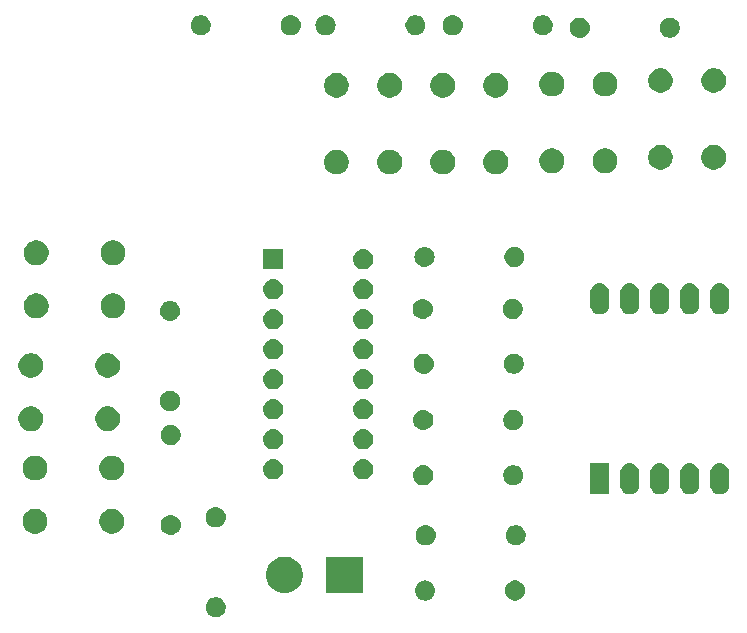
<source format=gbr>
G04 #@! TF.GenerationSoftware,KiCad,Pcbnew,5.1.1-8be2ce7~80~ubuntu18.04.1*
G04 #@! TF.CreationDate,2019-04-19T16:42:06-07:00*
G04 #@! TF.ProjectId,7_segment_led,375f7365-676d-4656-9e74-5f6c65642e6b,v01*
G04 #@! TF.SameCoordinates,Original*
G04 #@! TF.FileFunction,Soldermask,Bot*
G04 #@! TF.FilePolarity,Negative*
%FSLAX46Y46*%
G04 Gerber Fmt 4.6, Leading zero omitted, Abs format (unit mm)*
G04 Created by KiCad (PCBNEW 5.1.1-8be2ce7~80~ubuntu18.04.1) date 2019-04-19 16:42:06*
%MOMM*%
%LPD*%
G04 APERTURE LIST*
%ADD10C,0.100000*%
G04 APERTURE END LIST*
D10*
G36*
X115513428Y-89402503D02*
G01*
X115668300Y-89466653D01*
X115807681Y-89559785D01*
X115926215Y-89678319D01*
X116019347Y-89817700D01*
X116083497Y-89972572D01*
X116116200Y-90136984D01*
X116116200Y-90304616D01*
X116083497Y-90469028D01*
X116019347Y-90623900D01*
X115926215Y-90763281D01*
X115807681Y-90881815D01*
X115668300Y-90974947D01*
X115513428Y-91039097D01*
X115349016Y-91071800D01*
X115181384Y-91071800D01*
X115016972Y-91039097D01*
X114862100Y-90974947D01*
X114722719Y-90881815D01*
X114604185Y-90763281D01*
X114511053Y-90623900D01*
X114446903Y-90469028D01*
X114414200Y-90304616D01*
X114414200Y-90136984D01*
X114446903Y-89972572D01*
X114511053Y-89817700D01*
X114604185Y-89678319D01*
X114722719Y-89559785D01*
X114862100Y-89466653D01*
X115016972Y-89402503D01*
X115181384Y-89369800D01*
X115349016Y-89369800D01*
X115513428Y-89402503D01*
X115513428Y-89402503D01*
G37*
G36*
X133161223Y-87959713D02*
G01*
X133321642Y-88008376D01*
X133388761Y-88044252D01*
X133469478Y-88087396D01*
X133599059Y-88193741D01*
X133705404Y-88323322D01*
X133705405Y-88323324D01*
X133784424Y-88471158D01*
X133833087Y-88631577D01*
X133849517Y-88798400D01*
X133833087Y-88965223D01*
X133784424Y-89125642D01*
X133743877Y-89201500D01*
X133705404Y-89273478D01*
X133599059Y-89403059D01*
X133469478Y-89509404D01*
X133469476Y-89509405D01*
X133321642Y-89588424D01*
X133161223Y-89637087D01*
X133036204Y-89649400D01*
X132952596Y-89649400D01*
X132827577Y-89637087D01*
X132667158Y-89588424D01*
X132519324Y-89509405D01*
X132519322Y-89509404D01*
X132389741Y-89403059D01*
X132283396Y-89273478D01*
X132244923Y-89201500D01*
X132204376Y-89125642D01*
X132155713Y-88965223D01*
X132139283Y-88798400D01*
X132155713Y-88631577D01*
X132204376Y-88471158D01*
X132283395Y-88323324D01*
X132283396Y-88323322D01*
X132389741Y-88193741D01*
X132519322Y-88087396D01*
X132600039Y-88044252D01*
X132667158Y-88008376D01*
X132827577Y-87959713D01*
X132952596Y-87947400D01*
X133036204Y-87947400D01*
X133161223Y-87959713D01*
X133161223Y-87959713D01*
G37*
G36*
X140862628Y-87980103D02*
G01*
X141017500Y-88044253D01*
X141156881Y-88137385D01*
X141275415Y-88255919D01*
X141368547Y-88395300D01*
X141432697Y-88550172D01*
X141465400Y-88714584D01*
X141465400Y-88882216D01*
X141432697Y-89046628D01*
X141368547Y-89201500D01*
X141275415Y-89340881D01*
X141156881Y-89459415D01*
X141017500Y-89552547D01*
X140862628Y-89616697D01*
X140698216Y-89649400D01*
X140530584Y-89649400D01*
X140366172Y-89616697D01*
X140211300Y-89552547D01*
X140071919Y-89459415D01*
X139953385Y-89340881D01*
X139860253Y-89201500D01*
X139796103Y-89046628D01*
X139763400Y-88882216D01*
X139763400Y-88714584D01*
X139796103Y-88550172D01*
X139860253Y-88395300D01*
X139953385Y-88255919D01*
X140071919Y-88137385D01*
X140211300Y-88044253D01*
X140366172Y-87980103D01*
X140530584Y-87947400D01*
X140698216Y-87947400D01*
X140862628Y-87980103D01*
X140862628Y-87980103D01*
G37*
G36*
X127738200Y-89028600D02*
G01*
X124636200Y-89028600D01*
X124636200Y-85926600D01*
X127738200Y-85926600D01*
X127738200Y-89028600D01*
X127738200Y-89028600D01*
G37*
G36*
X121409785Y-85956402D02*
G01*
X121559610Y-85986204D01*
X121841874Y-86103121D01*
X122095905Y-86272859D01*
X122311941Y-86488895D01*
X122481679Y-86742926D01*
X122598596Y-87025190D01*
X122658200Y-87324840D01*
X122658200Y-87630360D01*
X122598596Y-87930010D01*
X122481679Y-88212274D01*
X122311941Y-88466305D01*
X122095905Y-88682341D01*
X121841874Y-88852079D01*
X121559610Y-88968996D01*
X121409785Y-88998798D01*
X121259961Y-89028600D01*
X120954439Y-89028600D01*
X120804615Y-88998798D01*
X120654790Y-88968996D01*
X120372526Y-88852079D01*
X120118495Y-88682341D01*
X119902459Y-88466305D01*
X119732721Y-88212274D01*
X119615804Y-87930010D01*
X119556200Y-87630360D01*
X119556200Y-87324840D01*
X119615804Y-87025190D01*
X119732721Y-86742926D01*
X119902459Y-86488895D01*
X120118495Y-86272859D01*
X120372526Y-86103121D01*
X120654790Y-85986204D01*
X120804615Y-85956402D01*
X120954439Y-85926600D01*
X121259961Y-85926600D01*
X121409785Y-85956402D01*
X121409785Y-85956402D01*
G37*
G36*
X140913428Y-83306503D02*
G01*
X141068300Y-83370653D01*
X141207681Y-83463785D01*
X141326215Y-83582319D01*
X141419347Y-83721700D01*
X141483497Y-83876572D01*
X141516200Y-84040984D01*
X141516200Y-84208616D01*
X141483497Y-84373028D01*
X141419347Y-84527900D01*
X141326215Y-84667281D01*
X141207681Y-84785815D01*
X141068300Y-84878947D01*
X140913428Y-84943097D01*
X140749016Y-84975800D01*
X140581384Y-84975800D01*
X140416972Y-84943097D01*
X140262100Y-84878947D01*
X140122719Y-84785815D01*
X140004185Y-84667281D01*
X139911053Y-84527900D01*
X139846903Y-84373028D01*
X139814200Y-84208616D01*
X139814200Y-84040984D01*
X139846903Y-83876572D01*
X139911053Y-83721700D01*
X140004185Y-83582319D01*
X140122719Y-83463785D01*
X140262100Y-83370653D01*
X140416972Y-83306503D01*
X140581384Y-83273800D01*
X140749016Y-83273800D01*
X140913428Y-83306503D01*
X140913428Y-83306503D01*
G37*
G36*
X133212023Y-83286113D02*
G01*
X133372442Y-83334776D01*
X133439561Y-83370652D01*
X133520278Y-83413796D01*
X133649859Y-83520141D01*
X133756204Y-83649722D01*
X133756205Y-83649724D01*
X133835224Y-83797558D01*
X133883887Y-83957977D01*
X133900317Y-84124800D01*
X133883887Y-84291623D01*
X133835224Y-84452042D01*
X133794677Y-84527900D01*
X133756204Y-84599878D01*
X133649859Y-84729459D01*
X133520278Y-84835804D01*
X133520276Y-84835805D01*
X133372442Y-84914824D01*
X133212023Y-84963487D01*
X133087004Y-84975800D01*
X133003396Y-84975800D01*
X132878377Y-84963487D01*
X132717958Y-84914824D01*
X132570124Y-84835805D01*
X132570122Y-84835804D01*
X132440541Y-84729459D01*
X132334196Y-84599878D01*
X132295723Y-84527900D01*
X132255176Y-84452042D01*
X132206513Y-84291623D01*
X132190083Y-84124800D01*
X132206513Y-83957977D01*
X132255176Y-83797558D01*
X132334195Y-83649724D01*
X132334196Y-83649722D01*
X132440541Y-83520141D01*
X132570122Y-83413796D01*
X132650839Y-83370652D01*
X132717958Y-83334776D01*
X132878377Y-83286113D01*
X133003396Y-83273800D01*
X133087004Y-83273800D01*
X133212023Y-83286113D01*
X133212023Y-83286113D01*
G37*
G36*
X111622023Y-82422513D02*
G01*
X111782442Y-82471176D01*
X111915106Y-82542086D01*
X111930278Y-82550196D01*
X112059859Y-82656541D01*
X112166204Y-82786122D01*
X112166205Y-82786124D01*
X112245224Y-82933958D01*
X112293887Y-83094377D01*
X112310317Y-83261200D01*
X112293887Y-83428023D01*
X112245224Y-83588442D01*
X112236281Y-83605173D01*
X112166204Y-83736278D01*
X112059859Y-83865859D01*
X111930278Y-83972204D01*
X111930276Y-83972205D01*
X111782442Y-84051224D01*
X111622023Y-84099887D01*
X111497004Y-84112200D01*
X111413396Y-84112200D01*
X111288377Y-84099887D01*
X111127958Y-84051224D01*
X110980124Y-83972205D01*
X110980122Y-83972204D01*
X110850541Y-83865859D01*
X110744196Y-83736278D01*
X110674119Y-83605173D01*
X110665176Y-83588442D01*
X110616513Y-83428023D01*
X110600083Y-83261200D01*
X110616513Y-83094377D01*
X110665176Y-82933958D01*
X110744195Y-82786124D01*
X110744196Y-82786122D01*
X110850541Y-82656541D01*
X110980122Y-82550196D01*
X110995294Y-82542086D01*
X111127958Y-82471176D01*
X111288377Y-82422513D01*
X111413396Y-82410200D01*
X111497004Y-82410200D01*
X111622023Y-82422513D01*
X111622023Y-82422513D01*
G37*
G36*
X100280964Y-81924589D02*
G01*
X100453706Y-81996141D01*
X100472235Y-82003816D01*
X100644373Y-82118835D01*
X100790765Y-82265227D01*
X100905785Y-82437367D01*
X100985011Y-82628636D01*
X101025400Y-82831684D01*
X101025400Y-83038716D01*
X100985011Y-83241764D01*
X100913753Y-83413796D01*
X100905784Y-83433035D01*
X100790765Y-83605173D01*
X100644373Y-83751565D01*
X100472235Y-83866584D01*
X100472234Y-83866585D01*
X100472233Y-83866585D01*
X100280964Y-83945811D01*
X100077916Y-83986200D01*
X99870884Y-83986200D01*
X99667836Y-83945811D01*
X99476567Y-83866585D01*
X99476566Y-83866585D01*
X99476565Y-83866584D01*
X99304427Y-83751565D01*
X99158035Y-83605173D01*
X99043016Y-83433035D01*
X99035047Y-83413796D01*
X98963789Y-83241764D01*
X98923400Y-83038716D01*
X98923400Y-82831684D01*
X98963789Y-82628636D01*
X99043015Y-82437367D01*
X99158035Y-82265227D01*
X99304427Y-82118835D01*
X99476565Y-82003816D01*
X99495094Y-81996141D01*
X99667836Y-81924589D01*
X99870884Y-81884200D01*
X100077916Y-81884200D01*
X100280964Y-81924589D01*
X100280964Y-81924589D01*
G37*
G36*
X106780964Y-81924589D02*
G01*
X106953706Y-81996141D01*
X106972235Y-82003816D01*
X107144373Y-82118835D01*
X107290765Y-82265227D01*
X107405785Y-82437367D01*
X107485011Y-82628636D01*
X107525400Y-82831684D01*
X107525400Y-83038716D01*
X107485011Y-83241764D01*
X107413753Y-83413796D01*
X107405784Y-83433035D01*
X107290765Y-83605173D01*
X107144373Y-83751565D01*
X106972235Y-83866584D01*
X106972234Y-83866585D01*
X106972233Y-83866585D01*
X106780964Y-83945811D01*
X106577916Y-83986200D01*
X106370884Y-83986200D01*
X106167836Y-83945811D01*
X105976567Y-83866585D01*
X105976566Y-83866585D01*
X105976565Y-83866584D01*
X105804427Y-83751565D01*
X105658035Y-83605173D01*
X105543016Y-83433035D01*
X105535047Y-83413796D01*
X105463789Y-83241764D01*
X105423400Y-83038716D01*
X105423400Y-82831684D01*
X105463789Y-82628636D01*
X105543015Y-82437367D01*
X105658035Y-82265227D01*
X105804427Y-82118835D01*
X105976565Y-82003816D01*
X105995094Y-81996141D01*
X106167836Y-81924589D01*
X106370884Y-81884200D01*
X106577916Y-81884200D01*
X106780964Y-81924589D01*
X106780964Y-81924589D01*
G37*
G36*
X115432023Y-81762113D02*
G01*
X115592442Y-81810776D01*
X115725106Y-81881686D01*
X115740278Y-81889796D01*
X115869859Y-81996141D01*
X115976204Y-82125722D01*
X115976205Y-82125724D01*
X116055224Y-82273558D01*
X116103887Y-82433977D01*
X116120317Y-82600800D01*
X116103887Y-82767623D01*
X116055224Y-82928042D01*
X115996067Y-83038716D01*
X115976204Y-83075878D01*
X115869859Y-83205459D01*
X115740278Y-83311804D01*
X115740276Y-83311805D01*
X115592442Y-83390824D01*
X115432023Y-83439487D01*
X115307004Y-83451800D01*
X115223396Y-83451800D01*
X115098377Y-83439487D01*
X114937958Y-83390824D01*
X114790124Y-83311805D01*
X114790122Y-83311804D01*
X114660541Y-83205459D01*
X114554196Y-83075878D01*
X114534333Y-83038716D01*
X114475176Y-82928042D01*
X114426513Y-82767623D01*
X114410083Y-82600800D01*
X114426513Y-82433977D01*
X114475176Y-82273558D01*
X114554195Y-82125724D01*
X114554196Y-82125722D01*
X114660541Y-81996141D01*
X114790122Y-81889796D01*
X114805294Y-81881686D01*
X114937958Y-81810776D01*
X115098377Y-81762113D01*
X115223396Y-81749800D01*
X115307004Y-81749800D01*
X115432023Y-81762113D01*
X115432023Y-81762113D01*
G37*
G36*
X155556575Y-78048364D02*
G01*
X155709826Y-78094852D01*
X155709829Y-78094853D01*
X155851063Y-78170344D01*
X155974859Y-78271941D01*
X156076456Y-78395737D01*
X156151947Y-78536970D01*
X156151947Y-78536971D01*
X156151948Y-78536973D01*
X156198436Y-78690224D01*
X156210200Y-78809667D01*
X156210200Y-79889533D01*
X156198436Y-80008976D01*
X156151948Y-80162227D01*
X156151947Y-80162230D01*
X156076456Y-80303463D01*
X155974859Y-80427259D01*
X155851063Y-80528856D01*
X155709830Y-80604347D01*
X155709827Y-80604348D01*
X155556576Y-80650836D01*
X155397200Y-80666533D01*
X155237825Y-80650836D01*
X155084574Y-80604348D01*
X155084571Y-80604347D01*
X154943338Y-80528856D01*
X154819542Y-80427259D01*
X154717945Y-80303463D01*
X154642454Y-80162230D01*
X154642453Y-80162227D01*
X154595965Y-80008976D01*
X154584201Y-79889533D01*
X154584200Y-78809668D01*
X154595964Y-78690225D01*
X154642452Y-78536974D01*
X154642453Y-78536971D01*
X154717944Y-78395737D01*
X154819541Y-78271941D01*
X154943337Y-78170344D01*
X155084570Y-78094853D01*
X155084573Y-78094852D01*
X155237824Y-78048364D01*
X155397200Y-78032667D01*
X155556575Y-78048364D01*
X155556575Y-78048364D01*
G37*
G36*
X150476575Y-78048364D02*
G01*
X150629826Y-78094852D01*
X150629829Y-78094853D01*
X150771063Y-78170344D01*
X150894859Y-78271941D01*
X150996456Y-78395737D01*
X151071947Y-78536970D01*
X151071947Y-78536971D01*
X151071948Y-78536973D01*
X151118436Y-78690224D01*
X151130200Y-78809667D01*
X151130200Y-79889533D01*
X151118436Y-80008976D01*
X151071948Y-80162227D01*
X151071947Y-80162230D01*
X150996456Y-80303463D01*
X150894859Y-80427259D01*
X150771063Y-80528856D01*
X150629830Y-80604347D01*
X150629827Y-80604348D01*
X150476576Y-80650836D01*
X150317200Y-80666533D01*
X150157825Y-80650836D01*
X150004574Y-80604348D01*
X150004571Y-80604347D01*
X149863338Y-80528856D01*
X149739542Y-80427259D01*
X149637945Y-80303463D01*
X149562454Y-80162230D01*
X149562453Y-80162227D01*
X149515965Y-80008976D01*
X149504201Y-79889533D01*
X149504200Y-78809668D01*
X149515964Y-78690225D01*
X149562452Y-78536974D01*
X149562453Y-78536971D01*
X149637944Y-78395737D01*
X149739541Y-78271941D01*
X149863337Y-78170344D01*
X150004570Y-78094853D01*
X150004573Y-78094852D01*
X150157824Y-78048364D01*
X150317200Y-78032667D01*
X150476575Y-78048364D01*
X150476575Y-78048364D01*
G37*
G36*
X158096575Y-78048364D02*
G01*
X158249826Y-78094852D01*
X158249829Y-78094853D01*
X158391063Y-78170344D01*
X158514859Y-78271941D01*
X158616456Y-78395737D01*
X158691947Y-78536970D01*
X158691947Y-78536971D01*
X158691948Y-78536973D01*
X158738436Y-78690224D01*
X158750200Y-78809667D01*
X158750200Y-79889533D01*
X158738436Y-80008976D01*
X158691948Y-80162227D01*
X158691947Y-80162230D01*
X158616456Y-80303463D01*
X158514859Y-80427259D01*
X158391063Y-80528856D01*
X158249830Y-80604347D01*
X158249827Y-80604348D01*
X158096576Y-80650836D01*
X157937200Y-80666533D01*
X157777825Y-80650836D01*
X157624574Y-80604348D01*
X157624571Y-80604347D01*
X157483338Y-80528856D01*
X157359542Y-80427259D01*
X157257945Y-80303463D01*
X157182454Y-80162230D01*
X157182453Y-80162227D01*
X157135965Y-80008976D01*
X157124201Y-79889533D01*
X157124200Y-78809668D01*
X157135964Y-78690225D01*
X157182452Y-78536974D01*
X157182453Y-78536971D01*
X157257944Y-78395737D01*
X157359541Y-78271941D01*
X157483337Y-78170344D01*
X157624570Y-78094853D01*
X157624573Y-78094852D01*
X157777824Y-78048364D01*
X157937200Y-78032667D01*
X158096575Y-78048364D01*
X158096575Y-78048364D01*
G37*
G36*
X153016575Y-78048364D02*
G01*
X153169826Y-78094852D01*
X153169829Y-78094853D01*
X153311063Y-78170344D01*
X153434859Y-78271941D01*
X153536456Y-78395737D01*
X153611947Y-78536970D01*
X153611947Y-78536971D01*
X153611948Y-78536973D01*
X153658436Y-78690224D01*
X153670200Y-78809667D01*
X153670200Y-79889533D01*
X153658436Y-80008976D01*
X153611948Y-80162227D01*
X153611947Y-80162230D01*
X153536456Y-80303463D01*
X153434859Y-80427259D01*
X153311063Y-80528856D01*
X153169830Y-80604347D01*
X153169827Y-80604348D01*
X153016576Y-80650836D01*
X152857200Y-80666533D01*
X152697825Y-80650836D01*
X152544574Y-80604348D01*
X152544571Y-80604347D01*
X152403338Y-80528856D01*
X152279542Y-80427259D01*
X152177945Y-80303463D01*
X152102454Y-80162230D01*
X152102453Y-80162227D01*
X152055965Y-80008976D01*
X152044201Y-79889533D01*
X152044200Y-78809668D01*
X152055964Y-78690225D01*
X152102452Y-78536974D01*
X152102453Y-78536971D01*
X152177944Y-78395737D01*
X152279541Y-78271941D01*
X152403337Y-78170344D01*
X152544570Y-78094853D01*
X152544573Y-78094852D01*
X152697824Y-78048364D01*
X152857200Y-78032667D01*
X153016575Y-78048364D01*
X153016575Y-78048364D01*
G37*
G36*
X148590200Y-80662600D02*
G01*
X146964200Y-80662600D01*
X146964200Y-78036600D01*
X148590200Y-78036600D01*
X148590200Y-80662600D01*
X148590200Y-80662600D01*
G37*
G36*
X140710228Y-78226503D02*
G01*
X140865100Y-78290653D01*
X141004481Y-78383785D01*
X141123015Y-78502319D01*
X141216147Y-78641700D01*
X141280297Y-78796572D01*
X141313000Y-78960984D01*
X141313000Y-79128616D01*
X141280297Y-79293028D01*
X141216147Y-79447900D01*
X141123015Y-79587281D01*
X141004481Y-79705815D01*
X140865100Y-79798947D01*
X140710228Y-79863097D01*
X140545816Y-79895800D01*
X140378184Y-79895800D01*
X140213772Y-79863097D01*
X140058900Y-79798947D01*
X139919519Y-79705815D01*
X139800985Y-79587281D01*
X139707853Y-79447900D01*
X139643703Y-79293028D01*
X139611000Y-79128616D01*
X139611000Y-78960984D01*
X139643703Y-78796572D01*
X139707853Y-78641700D01*
X139800985Y-78502319D01*
X139919519Y-78383785D01*
X140058900Y-78290653D01*
X140213772Y-78226503D01*
X140378184Y-78193800D01*
X140545816Y-78193800D01*
X140710228Y-78226503D01*
X140710228Y-78226503D01*
G37*
G36*
X133008823Y-78206113D02*
G01*
X133169242Y-78254776D01*
X133201355Y-78271941D01*
X133317078Y-78333796D01*
X133446659Y-78440141D01*
X133553004Y-78569722D01*
X133553005Y-78569724D01*
X133632024Y-78717558D01*
X133680687Y-78877977D01*
X133697117Y-79044800D01*
X133680687Y-79211623D01*
X133632024Y-79372042D01*
X133591477Y-79447900D01*
X133553004Y-79519878D01*
X133446659Y-79649459D01*
X133317078Y-79755804D01*
X133317076Y-79755805D01*
X133169242Y-79834824D01*
X133008823Y-79883487D01*
X132883804Y-79895800D01*
X132800196Y-79895800D01*
X132675177Y-79883487D01*
X132514758Y-79834824D01*
X132366924Y-79755805D01*
X132366922Y-79755804D01*
X132237341Y-79649459D01*
X132130996Y-79519878D01*
X132092523Y-79447900D01*
X132051976Y-79372042D01*
X132003313Y-79211623D01*
X131986883Y-79044800D01*
X132003313Y-78877977D01*
X132051976Y-78717558D01*
X132130995Y-78569724D01*
X132130996Y-78569722D01*
X132237341Y-78440141D01*
X132366922Y-78333796D01*
X132482645Y-78271941D01*
X132514758Y-78254776D01*
X132675177Y-78206113D01*
X132800196Y-78193800D01*
X132883804Y-78193800D01*
X133008823Y-78206113D01*
X133008823Y-78206113D01*
G37*
G36*
X100280964Y-77424589D02*
G01*
X100472233Y-77503815D01*
X100472235Y-77503816D01*
X100644373Y-77618835D01*
X100790765Y-77765227D01*
X100905785Y-77937367D01*
X100985011Y-78128636D01*
X101025400Y-78331684D01*
X101025400Y-78538716D01*
X100985011Y-78741764D01*
X100928590Y-78877977D01*
X100905784Y-78933035D01*
X100790765Y-79105173D01*
X100644373Y-79251565D01*
X100472235Y-79366584D01*
X100472234Y-79366585D01*
X100472233Y-79366585D01*
X100280964Y-79445811D01*
X100077916Y-79486200D01*
X99870884Y-79486200D01*
X99667836Y-79445811D01*
X99476567Y-79366585D01*
X99476566Y-79366585D01*
X99476565Y-79366584D01*
X99304427Y-79251565D01*
X99158035Y-79105173D01*
X99043016Y-78933035D01*
X99020210Y-78877977D01*
X98963789Y-78741764D01*
X98923400Y-78538716D01*
X98923400Y-78331684D01*
X98963789Y-78128636D01*
X99043015Y-77937367D01*
X99158035Y-77765227D01*
X99304427Y-77618835D01*
X99476565Y-77503816D01*
X99476567Y-77503815D01*
X99667836Y-77424589D01*
X99870884Y-77384200D01*
X100077916Y-77384200D01*
X100280964Y-77424589D01*
X100280964Y-77424589D01*
G37*
G36*
X106780964Y-77424589D02*
G01*
X106972233Y-77503815D01*
X106972235Y-77503816D01*
X107144373Y-77618835D01*
X107290765Y-77765227D01*
X107405785Y-77937367D01*
X107485011Y-78128636D01*
X107525400Y-78331684D01*
X107525400Y-78538716D01*
X107485011Y-78741764D01*
X107428590Y-78877977D01*
X107405784Y-78933035D01*
X107290765Y-79105173D01*
X107144373Y-79251565D01*
X106972235Y-79366584D01*
X106972234Y-79366585D01*
X106972233Y-79366585D01*
X106780964Y-79445811D01*
X106577916Y-79486200D01*
X106370884Y-79486200D01*
X106167836Y-79445811D01*
X105976567Y-79366585D01*
X105976566Y-79366585D01*
X105976565Y-79366584D01*
X105804427Y-79251565D01*
X105658035Y-79105173D01*
X105543016Y-78933035D01*
X105520210Y-78877977D01*
X105463789Y-78741764D01*
X105423400Y-78538716D01*
X105423400Y-78331684D01*
X105463789Y-78128636D01*
X105543015Y-77937367D01*
X105658035Y-77765227D01*
X105804427Y-77618835D01*
X105976565Y-77503816D01*
X105976567Y-77503815D01*
X106167836Y-77424589D01*
X106370884Y-77384200D01*
X106577916Y-77384200D01*
X106780964Y-77424589D01*
X106780964Y-77424589D01*
G37*
G36*
X120308823Y-77698113D02*
G01*
X120469242Y-77746776D01*
X120503761Y-77765227D01*
X120617078Y-77825796D01*
X120746659Y-77932141D01*
X120853004Y-78061722D01*
X120853005Y-78061724D01*
X120932024Y-78209558D01*
X120980687Y-78369977D01*
X120997117Y-78536800D01*
X120980687Y-78703623D01*
X120932024Y-78864042D01*
X120895146Y-78933035D01*
X120853004Y-79011878D01*
X120746659Y-79141459D01*
X120617078Y-79247804D01*
X120617076Y-79247805D01*
X120469242Y-79326824D01*
X120308823Y-79375487D01*
X120183804Y-79387800D01*
X120100196Y-79387800D01*
X119975177Y-79375487D01*
X119814758Y-79326824D01*
X119666924Y-79247805D01*
X119666922Y-79247804D01*
X119537341Y-79141459D01*
X119430996Y-79011878D01*
X119388854Y-78933035D01*
X119351976Y-78864042D01*
X119303313Y-78703623D01*
X119286883Y-78536800D01*
X119303313Y-78369977D01*
X119351976Y-78209558D01*
X119430995Y-78061724D01*
X119430996Y-78061722D01*
X119537341Y-77932141D01*
X119666922Y-77825796D01*
X119780239Y-77765227D01*
X119814758Y-77746776D01*
X119975177Y-77698113D01*
X120100196Y-77685800D01*
X120183804Y-77685800D01*
X120308823Y-77698113D01*
X120308823Y-77698113D01*
G37*
G36*
X127928823Y-77698113D02*
G01*
X128089242Y-77746776D01*
X128123761Y-77765227D01*
X128237078Y-77825796D01*
X128366659Y-77932141D01*
X128473004Y-78061722D01*
X128473005Y-78061724D01*
X128552024Y-78209558D01*
X128600687Y-78369977D01*
X128617117Y-78536800D01*
X128600687Y-78703623D01*
X128552024Y-78864042D01*
X128515146Y-78933035D01*
X128473004Y-79011878D01*
X128366659Y-79141459D01*
X128237078Y-79247804D01*
X128237076Y-79247805D01*
X128089242Y-79326824D01*
X127928823Y-79375487D01*
X127803804Y-79387800D01*
X127720196Y-79387800D01*
X127595177Y-79375487D01*
X127434758Y-79326824D01*
X127286924Y-79247805D01*
X127286922Y-79247804D01*
X127157341Y-79141459D01*
X127050996Y-79011878D01*
X127008854Y-78933035D01*
X126971976Y-78864042D01*
X126923313Y-78703623D01*
X126906883Y-78536800D01*
X126923313Y-78369977D01*
X126971976Y-78209558D01*
X127050995Y-78061724D01*
X127050996Y-78061722D01*
X127157341Y-77932141D01*
X127286922Y-77825796D01*
X127400239Y-77765227D01*
X127434758Y-77746776D01*
X127595177Y-77698113D01*
X127720196Y-77685800D01*
X127803804Y-77685800D01*
X127928823Y-77698113D01*
X127928823Y-77698113D01*
G37*
G36*
X120308823Y-75158113D02*
G01*
X120469242Y-75206776D01*
X120601906Y-75277686D01*
X120617078Y-75285796D01*
X120746659Y-75392141D01*
X120853004Y-75521722D01*
X120853005Y-75521724D01*
X120932024Y-75669558D01*
X120980687Y-75829977D01*
X120997117Y-75996800D01*
X120980687Y-76163623D01*
X120932024Y-76324042D01*
X120893910Y-76395348D01*
X120853004Y-76471878D01*
X120746659Y-76601459D01*
X120617078Y-76707804D01*
X120617076Y-76707805D01*
X120469242Y-76786824D01*
X120308823Y-76835487D01*
X120183804Y-76847800D01*
X120100196Y-76847800D01*
X119975177Y-76835487D01*
X119814758Y-76786824D01*
X119666924Y-76707805D01*
X119666922Y-76707804D01*
X119537341Y-76601459D01*
X119430996Y-76471878D01*
X119390090Y-76395348D01*
X119351976Y-76324042D01*
X119303313Y-76163623D01*
X119286883Y-75996800D01*
X119303313Y-75829977D01*
X119351976Y-75669558D01*
X119430995Y-75521724D01*
X119430996Y-75521722D01*
X119537341Y-75392141D01*
X119666922Y-75285796D01*
X119682094Y-75277686D01*
X119814758Y-75206776D01*
X119975177Y-75158113D01*
X120100196Y-75145800D01*
X120183804Y-75145800D01*
X120308823Y-75158113D01*
X120308823Y-75158113D01*
G37*
G36*
X127928823Y-75158113D02*
G01*
X128089242Y-75206776D01*
X128221906Y-75277686D01*
X128237078Y-75285796D01*
X128366659Y-75392141D01*
X128473004Y-75521722D01*
X128473005Y-75521724D01*
X128552024Y-75669558D01*
X128600687Y-75829977D01*
X128617117Y-75996800D01*
X128600687Y-76163623D01*
X128552024Y-76324042D01*
X128513910Y-76395348D01*
X128473004Y-76471878D01*
X128366659Y-76601459D01*
X128237078Y-76707804D01*
X128237076Y-76707805D01*
X128089242Y-76786824D01*
X127928823Y-76835487D01*
X127803804Y-76847800D01*
X127720196Y-76847800D01*
X127595177Y-76835487D01*
X127434758Y-76786824D01*
X127286924Y-76707805D01*
X127286922Y-76707804D01*
X127157341Y-76601459D01*
X127050996Y-76471878D01*
X127010090Y-76395348D01*
X126971976Y-76324042D01*
X126923313Y-76163623D01*
X126906883Y-75996800D01*
X126923313Y-75829977D01*
X126971976Y-75669558D01*
X127050995Y-75521724D01*
X127050996Y-75521722D01*
X127157341Y-75392141D01*
X127286922Y-75285796D01*
X127302094Y-75277686D01*
X127434758Y-75206776D01*
X127595177Y-75158113D01*
X127720196Y-75145800D01*
X127803804Y-75145800D01*
X127928823Y-75158113D01*
X127928823Y-75158113D01*
G37*
G36*
X111703428Y-74822903D02*
G01*
X111858300Y-74887053D01*
X111997681Y-74980185D01*
X112116215Y-75098719D01*
X112209347Y-75238100D01*
X112273497Y-75392972D01*
X112306200Y-75557384D01*
X112306200Y-75725016D01*
X112273497Y-75889428D01*
X112209347Y-76044300D01*
X112116215Y-76183681D01*
X111997681Y-76302215D01*
X111858300Y-76395347D01*
X111703428Y-76459497D01*
X111539016Y-76492200D01*
X111371384Y-76492200D01*
X111206972Y-76459497D01*
X111052100Y-76395347D01*
X110912719Y-76302215D01*
X110794185Y-76183681D01*
X110701053Y-76044300D01*
X110636903Y-75889428D01*
X110604200Y-75725016D01*
X110604200Y-75557384D01*
X110636903Y-75392972D01*
X110701053Y-75238100D01*
X110794185Y-75098719D01*
X110912719Y-74980185D01*
X111052100Y-74887053D01*
X111206972Y-74822903D01*
X111371384Y-74790200D01*
X111539016Y-74790200D01*
X111703428Y-74822903D01*
X111703428Y-74822903D01*
G37*
G36*
X99925364Y-73237789D02*
G01*
X100051352Y-73289975D01*
X100116635Y-73317016D01*
X100250729Y-73406615D01*
X100288773Y-73432035D01*
X100435165Y-73578427D01*
X100550185Y-73750567D01*
X100629411Y-73941836D01*
X100669800Y-74144884D01*
X100669800Y-74351916D01*
X100629411Y-74554964D01*
X100550185Y-74746233D01*
X100550184Y-74746235D01*
X100435165Y-74918373D01*
X100288773Y-75064765D01*
X100116635Y-75179784D01*
X100116634Y-75179785D01*
X100116633Y-75179785D01*
X99925364Y-75259011D01*
X99722316Y-75299400D01*
X99515284Y-75299400D01*
X99312236Y-75259011D01*
X99120967Y-75179785D01*
X99120966Y-75179785D01*
X99120965Y-75179784D01*
X98948827Y-75064765D01*
X98802435Y-74918373D01*
X98687416Y-74746235D01*
X98687415Y-74746233D01*
X98608189Y-74554964D01*
X98567800Y-74351916D01*
X98567800Y-74144884D01*
X98608189Y-73941836D01*
X98687415Y-73750567D01*
X98802435Y-73578427D01*
X98948827Y-73432035D01*
X98986871Y-73406615D01*
X99120965Y-73317016D01*
X99186248Y-73289975D01*
X99312236Y-73237789D01*
X99515284Y-73197400D01*
X99722316Y-73197400D01*
X99925364Y-73237789D01*
X99925364Y-73237789D01*
G37*
G36*
X106425364Y-73237789D02*
G01*
X106551352Y-73289975D01*
X106616635Y-73317016D01*
X106750729Y-73406615D01*
X106788773Y-73432035D01*
X106935165Y-73578427D01*
X107050185Y-73750567D01*
X107129411Y-73941836D01*
X107169800Y-74144884D01*
X107169800Y-74351916D01*
X107129411Y-74554964D01*
X107050185Y-74746233D01*
X107050184Y-74746235D01*
X106935165Y-74918373D01*
X106788773Y-75064765D01*
X106616635Y-75179784D01*
X106616634Y-75179785D01*
X106616633Y-75179785D01*
X106425364Y-75259011D01*
X106222316Y-75299400D01*
X106015284Y-75299400D01*
X105812236Y-75259011D01*
X105620967Y-75179785D01*
X105620966Y-75179785D01*
X105620965Y-75179784D01*
X105448827Y-75064765D01*
X105302435Y-74918373D01*
X105187416Y-74746235D01*
X105187415Y-74746233D01*
X105108189Y-74554964D01*
X105067800Y-74351916D01*
X105067800Y-74144884D01*
X105108189Y-73941836D01*
X105187415Y-73750567D01*
X105302435Y-73578427D01*
X105448827Y-73432035D01*
X105486871Y-73406615D01*
X105620965Y-73317016D01*
X105686248Y-73289975D01*
X105812236Y-73237789D01*
X106015284Y-73197400D01*
X106222316Y-73197400D01*
X106425364Y-73237789D01*
X106425364Y-73237789D01*
G37*
G36*
X133008823Y-73532513D02*
G01*
X133169242Y-73581176D01*
X133248658Y-73623625D01*
X133317078Y-73660196D01*
X133446659Y-73766541D01*
X133553004Y-73896122D01*
X133553005Y-73896124D01*
X133632024Y-74043958D01*
X133680687Y-74204377D01*
X133697117Y-74371200D01*
X133680687Y-74538023D01*
X133632024Y-74698442D01*
X133591477Y-74774300D01*
X133553004Y-74846278D01*
X133446659Y-74975859D01*
X133317078Y-75082204D01*
X133317076Y-75082205D01*
X133169242Y-75161224D01*
X133008823Y-75209887D01*
X132883804Y-75222200D01*
X132800196Y-75222200D01*
X132675177Y-75209887D01*
X132514758Y-75161224D01*
X132366924Y-75082205D01*
X132366922Y-75082204D01*
X132237341Y-74975859D01*
X132130996Y-74846278D01*
X132092523Y-74774300D01*
X132051976Y-74698442D01*
X132003313Y-74538023D01*
X131986883Y-74371200D01*
X132003313Y-74204377D01*
X132051976Y-74043958D01*
X132130995Y-73896124D01*
X132130996Y-73896122D01*
X132237341Y-73766541D01*
X132366922Y-73660196D01*
X132435342Y-73623625D01*
X132514758Y-73581176D01*
X132675177Y-73532513D01*
X132800196Y-73520200D01*
X132883804Y-73520200D01*
X133008823Y-73532513D01*
X133008823Y-73532513D01*
G37*
G36*
X140710228Y-73552903D02*
G01*
X140865100Y-73617053D01*
X141004481Y-73710185D01*
X141123015Y-73828719D01*
X141216147Y-73968100D01*
X141280297Y-74122972D01*
X141313000Y-74287384D01*
X141313000Y-74455016D01*
X141280297Y-74619428D01*
X141216147Y-74774300D01*
X141123015Y-74913681D01*
X141004481Y-75032215D01*
X140865100Y-75125347D01*
X140710228Y-75189497D01*
X140545816Y-75222200D01*
X140378184Y-75222200D01*
X140213772Y-75189497D01*
X140058900Y-75125347D01*
X139919519Y-75032215D01*
X139800985Y-74913681D01*
X139707853Y-74774300D01*
X139643703Y-74619428D01*
X139611000Y-74455016D01*
X139611000Y-74287384D01*
X139643703Y-74122972D01*
X139707853Y-73968100D01*
X139800985Y-73828719D01*
X139919519Y-73710185D01*
X140058900Y-73617053D01*
X140213772Y-73552903D01*
X140378184Y-73520200D01*
X140545816Y-73520200D01*
X140710228Y-73552903D01*
X140710228Y-73552903D01*
G37*
G36*
X127928823Y-72618113D02*
G01*
X128089242Y-72666776D01*
X128221906Y-72737686D01*
X128237078Y-72745796D01*
X128366659Y-72852141D01*
X128473004Y-72981722D01*
X128473005Y-72981724D01*
X128552024Y-73129558D01*
X128600687Y-73289977D01*
X128617117Y-73456800D01*
X128600687Y-73623623D01*
X128552024Y-73784042D01*
X128528143Y-73828720D01*
X128473004Y-73931878D01*
X128366659Y-74061459D01*
X128237078Y-74167804D01*
X128237076Y-74167805D01*
X128089242Y-74246824D01*
X127928823Y-74295487D01*
X127803804Y-74307800D01*
X127720196Y-74307800D01*
X127595177Y-74295487D01*
X127434758Y-74246824D01*
X127286924Y-74167805D01*
X127286922Y-74167804D01*
X127157341Y-74061459D01*
X127050996Y-73931878D01*
X126995857Y-73828720D01*
X126971976Y-73784042D01*
X126923313Y-73623623D01*
X126906883Y-73456800D01*
X126923313Y-73289977D01*
X126971976Y-73129558D01*
X127050995Y-72981724D01*
X127050996Y-72981722D01*
X127157341Y-72852141D01*
X127286922Y-72745796D01*
X127302094Y-72737686D01*
X127434758Y-72666776D01*
X127595177Y-72618113D01*
X127720196Y-72605800D01*
X127803804Y-72605800D01*
X127928823Y-72618113D01*
X127928823Y-72618113D01*
G37*
G36*
X120308823Y-72618113D02*
G01*
X120469242Y-72666776D01*
X120601906Y-72737686D01*
X120617078Y-72745796D01*
X120746659Y-72852141D01*
X120853004Y-72981722D01*
X120853005Y-72981724D01*
X120932024Y-73129558D01*
X120980687Y-73289977D01*
X120997117Y-73456800D01*
X120980687Y-73623623D01*
X120932024Y-73784042D01*
X120908143Y-73828720D01*
X120853004Y-73931878D01*
X120746659Y-74061459D01*
X120617078Y-74167804D01*
X120617076Y-74167805D01*
X120469242Y-74246824D01*
X120308823Y-74295487D01*
X120183804Y-74307800D01*
X120100196Y-74307800D01*
X119975177Y-74295487D01*
X119814758Y-74246824D01*
X119666924Y-74167805D01*
X119666922Y-74167804D01*
X119537341Y-74061459D01*
X119430996Y-73931878D01*
X119375857Y-73828720D01*
X119351976Y-73784042D01*
X119303313Y-73623623D01*
X119286883Y-73456800D01*
X119303313Y-73289977D01*
X119351976Y-73129558D01*
X119430995Y-72981724D01*
X119430996Y-72981722D01*
X119537341Y-72852141D01*
X119666922Y-72745796D01*
X119682094Y-72737686D01*
X119814758Y-72666776D01*
X119975177Y-72618113D01*
X120100196Y-72605800D01*
X120183804Y-72605800D01*
X120308823Y-72618113D01*
X120308823Y-72618113D01*
G37*
G36*
X111652628Y-71927303D02*
G01*
X111807500Y-71991453D01*
X111946881Y-72084585D01*
X112065415Y-72203119D01*
X112158547Y-72342500D01*
X112222697Y-72497372D01*
X112255400Y-72661784D01*
X112255400Y-72829416D01*
X112222697Y-72993828D01*
X112158547Y-73148700D01*
X112065415Y-73288081D01*
X111946881Y-73406615D01*
X111807500Y-73499747D01*
X111652628Y-73563897D01*
X111488216Y-73596600D01*
X111320584Y-73596600D01*
X111156172Y-73563897D01*
X111001300Y-73499747D01*
X110861919Y-73406615D01*
X110743385Y-73288081D01*
X110650253Y-73148700D01*
X110586103Y-72993828D01*
X110553400Y-72829416D01*
X110553400Y-72661784D01*
X110586103Y-72497372D01*
X110650253Y-72342500D01*
X110743385Y-72203119D01*
X110861919Y-72084585D01*
X111001300Y-71991453D01*
X111156172Y-71927303D01*
X111320584Y-71894600D01*
X111488216Y-71894600D01*
X111652628Y-71927303D01*
X111652628Y-71927303D01*
G37*
G36*
X127928823Y-70078113D02*
G01*
X128089242Y-70126776D01*
X128111140Y-70138481D01*
X128237078Y-70205796D01*
X128366659Y-70312141D01*
X128473004Y-70441722D01*
X128473005Y-70441724D01*
X128552024Y-70589558D01*
X128600687Y-70749977D01*
X128617117Y-70916800D01*
X128600687Y-71083623D01*
X128552024Y-71244042D01*
X128481114Y-71376706D01*
X128473004Y-71391878D01*
X128366659Y-71521459D01*
X128237078Y-71627804D01*
X128237076Y-71627805D01*
X128089242Y-71706824D01*
X127928823Y-71755487D01*
X127803804Y-71767800D01*
X127720196Y-71767800D01*
X127595177Y-71755487D01*
X127434758Y-71706824D01*
X127286924Y-71627805D01*
X127286922Y-71627804D01*
X127157341Y-71521459D01*
X127050996Y-71391878D01*
X127042886Y-71376706D01*
X126971976Y-71244042D01*
X126923313Y-71083623D01*
X126906883Y-70916800D01*
X126923313Y-70749977D01*
X126971976Y-70589558D01*
X127050995Y-70441724D01*
X127050996Y-70441722D01*
X127157341Y-70312141D01*
X127286922Y-70205796D01*
X127412860Y-70138481D01*
X127434758Y-70126776D01*
X127595177Y-70078113D01*
X127720196Y-70065800D01*
X127803804Y-70065800D01*
X127928823Y-70078113D01*
X127928823Y-70078113D01*
G37*
G36*
X120308823Y-70078113D02*
G01*
X120469242Y-70126776D01*
X120491140Y-70138481D01*
X120617078Y-70205796D01*
X120746659Y-70312141D01*
X120853004Y-70441722D01*
X120853005Y-70441724D01*
X120932024Y-70589558D01*
X120980687Y-70749977D01*
X120997117Y-70916800D01*
X120980687Y-71083623D01*
X120932024Y-71244042D01*
X120861114Y-71376706D01*
X120853004Y-71391878D01*
X120746659Y-71521459D01*
X120617078Y-71627804D01*
X120617076Y-71627805D01*
X120469242Y-71706824D01*
X120308823Y-71755487D01*
X120183804Y-71767800D01*
X120100196Y-71767800D01*
X119975177Y-71755487D01*
X119814758Y-71706824D01*
X119666924Y-71627805D01*
X119666922Y-71627804D01*
X119537341Y-71521459D01*
X119430996Y-71391878D01*
X119422886Y-71376706D01*
X119351976Y-71244042D01*
X119303313Y-71083623D01*
X119286883Y-70916800D01*
X119303313Y-70749977D01*
X119351976Y-70589558D01*
X119430995Y-70441724D01*
X119430996Y-70441722D01*
X119537341Y-70312141D01*
X119666922Y-70205796D01*
X119792860Y-70138481D01*
X119814758Y-70126776D01*
X119975177Y-70078113D01*
X120100196Y-70065800D01*
X120183804Y-70065800D01*
X120308823Y-70078113D01*
X120308823Y-70078113D01*
G37*
G36*
X99925364Y-68737789D02*
G01*
X100089982Y-68805976D01*
X100116635Y-68817016D01*
X100288773Y-68932035D01*
X100435165Y-69078427D01*
X100526746Y-69215487D01*
X100550185Y-69250567D01*
X100629411Y-69441836D01*
X100669800Y-69644884D01*
X100669800Y-69851916D01*
X100629411Y-70054964D01*
X100550185Y-70246233D01*
X100550184Y-70246235D01*
X100435165Y-70418373D01*
X100288773Y-70564765D01*
X100116635Y-70679784D01*
X100116634Y-70679785D01*
X100116633Y-70679785D01*
X99925364Y-70759011D01*
X99722316Y-70799400D01*
X99515284Y-70799400D01*
X99312236Y-70759011D01*
X99120967Y-70679785D01*
X99120966Y-70679785D01*
X99120965Y-70679784D01*
X98948827Y-70564765D01*
X98802435Y-70418373D01*
X98687416Y-70246235D01*
X98687415Y-70246233D01*
X98608189Y-70054964D01*
X98567800Y-69851916D01*
X98567800Y-69644884D01*
X98608189Y-69441836D01*
X98687415Y-69250567D01*
X98710855Y-69215487D01*
X98802435Y-69078427D01*
X98948827Y-68932035D01*
X99120965Y-68817016D01*
X99147618Y-68805976D01*
X99312236Y-68737789D01*
X99515284Y-68697400D01*
X99722316Y-68697400D01*
X99925364Y-68737789D01*
X99925364Y-68737789D01*
G37*
G36*
X106425364Y-68737789D02*
G01*
X106589982Y-68805976D01*
X106616635Y-68817016D01*
X106788773Y-68932035D01*
X106935165Y-69078427D01*
X107026746Y-69215487D01*
X107050185Y-69250567D01*
X107129411Y-69441836D01*
X107169800Y-69644884D01*
X107169800Y-69851916D01*
X107129411Y-70054964D01*
X107050185Y-70246233D01*
X107050184Y-70246235D01*
X106935165Y-70418373D01*
X106788773Y-70564765D01*
X106616635Y-70679784D01*
X106616634Y-70679785D01*
X106616633Y-70679785D01*
X106425364Y-70759011D01*
X106222316Y-70799400D01*
X106015284Y-70799400D01*
X105812236Y-70759011D01*
X105620967Y-70679785D01*
X105620966Y-70679785D01*
X105620965Y-70679784D01*
X105448827Y-70564765D01*
X105302435Y-70418373D01*
X105187416Y-70246235D01*
X105187415Y-70246233D01*
X105108189Y-70054964D01*
X105067800Y-69851916D01*
X105067800Y-69644884D01*
X105108189Y-69441836D01*
X105187415Y-69250567D01*
X105210855Y-69215487D01*
X105302435Y-69078427D01*
X105448827Y-68932035D01*
X105620965Y-68817016D01*
X105647618Y-68805976D01*
X105812236Y-68737789D01*
X106015284Y-68697400D01*
X106222316Y-68697400D01*
X106425364Y-68737789D01*
X106425364Y-68737789D01*
G37*
G36*
X140761028Y-68777703D02*
G01*
X140915900Y-68841853D01*
X141055281Y-68934985D01*
X141173815Y-69053519D01*
X141266947Y-69192900D01*
X141331097Y-69347772D01*
X141363800Y-69512184D01*
X141363800Y-69679816D01*
X141331097Y-69844228D01*
X141266947Y-69999100D01*
X141173815Y-70138481D01*
X141055281Y-70257015D01*
X140915900Y-70350147D01*
X140761028Y-70414297D01*
X140596616Y-70447000D01*
X140428984Y-70447000D01*
X140264572Y-70414297D01*
X140109700Y-70350147D01*
X139970319Y-70257015D01*
X139851785Y-70138481D01*
X139758653Y-69999100D01*
X139694503Y-69844228D01*
X139661800Y-69679816D01*
X139661800Y-69512184D01*
X139694503Y-69347772D01*
X139758653Y-69192900D01*
X139851785Y-69053519D01*
X139970319Y-68934985D01*
X140109700Y-68841853D01*
X140264572Y-68777703D01*
X140428984Y-68745000D01*
X140596616Y-68745000D01*
X140761028Y-68777703D01*
X140761028Y-68777703D01*
G37*
G36*
X133059623Y-68757313D02*
G01*
X133220042Y-68805976D01*
X133352706Y-68876886D01*
X133367878Y-68884996D01*
X133497459Y-68991341D01*
X133603804Y-69120922D01*
X133603805Y-69120924D01*
X133682824Y-69268758D01*
X133731487Y-69429177D01*
X133747917Y-69596000D01*
X133731487Y-69762823D01*
X133682824Y-69923242D01*
X133642277Y-69999100D01*
X133603804Y-70071078D01*
X133497459Y-70200659D01*
X133367878Y-70307004D01*
X133367876Y-70307005D01*
X133220042Y-70386024D01*
X133059623Y-70434687D01*
X132934604Y-70447000D01*
X132850996Y-70447000D01*
X132725977Y-70434687D01*
X132565558Y-70386024D01*
X132417724Y-70307005D01*
X132417722Y-70307004D01*
X132288141Y-70200659D01*
X132181796Y-70071078D01*
X132143323Y-69999100D01*
X132102776Y-69923242D01*
X132054113Y-69762823D01*
X132037683Y-69596000D01*
X132054113Y-69429177D01*
X132102776Y-69268758D01*
X132181795Y-69120924D01*
X132181796Y-69120922D01*
X132288141Y-68991341D01*
X132417722Y-68884996D01*
X132432894Y-68876886D01*
X132565558Y-68805976D01*
X132725977Y-68757313D01*
X132850996Y-68745000D01*
X132934604Y-68745000D01*
X133059623Y-68757313D01*
X133059623Y-68757313D01*
G37*
G36*
X120308823Y-67538113D02*
G01*
X120469242Y-67586776D01*
X120601906Y-67657686D01*
X120617078Y-67665796D01*
X120746659Y-67772141D01*
X120853004Y-67901722D01*
X120853005Y-67901724D01*
X120932024Y-68049558D01*
X120980687Y-68209977D01*
X120997117Y-68376800D01*
X120980687Y-68543623D01*
X120932024Y-68704042D01*
X120877539Y-68805976D01*
X120853004Y-68851878D01*
X120746659Y-68981459D01*
X120617078Y-69087804D01*
X120617076Y-69087805D01*
X120469242Y-69166824D01*
X120308823Y-69215487D01*
X120183804Y-69227800D01*
X120100196Y-69227800D01*
X119975177Y-69215487D01*
X119814758Y-69166824D01*
X119666924Y-69087805D01*
X119666922Y-69087804D01*
X119537341Y-68981459D01*
X119430996Y-68851878D01*
X119406461Y-68805976D01*
X119351976Y-68704042D01*
X119303313Y-68543623D01*
X119286883Y-68376800D01*
X119303313Y-68209977D01*
X119351976Y-68049558D01*
X119430995Y-67901724D01*
X119430996Y-67901722D01*
X119537341Y-67772141D01*
X119666922Y-67665796D01*
X119682094Y-67657686D01*
X119814758Y-67586776D01*
X119975177Y-67538113D01*
X120100196Y-67525800D01*
X120183804Y-67525800D01*
X120308823Y-67538113D01*
X120308823Y-67538113D01*
G37*
G36*
X127928823Y-67538113D02*
G01*
X128089242Y-67586776D01*
X128221906Y-67657686D01*
X128237078Y-67665796D01*
X128366659Y-67772141D01*
X128473004Y-67901722D01*
X128473005Y-67901724D01*
X128552024Y-68049558D01*
X128600687Y-68209977D01*
X128617117Y-68376800D01*
X128600687Y-68543623D01*
X128552024Y-68704042D01*
X128497539Y-68805976D01*
X128473004Y-68851878D01*
X128366659Y-68981459D01*
X128237078Y-69087804D01*
X128237076Y-69087805D01*
X128089242Y-69166824D01*
X127928823Y-69215487D01*
X127803804Y-69227800D01*
X127720196Y-69227800D01*
X127595177Y-69215487D01*
X127434758Y-69166824D01*
X127286924Y-69087805D01*
X127286922Y-69087804D01*
X127157341Y-68981459D01*
X127050996Y-68851878D01*
X127026461Y-68805976D01*
X126971976Y-68704042D01*
X126923313Y-68543623D01*
X126906883Y-68376800D01*
X126923313Y-68209977D01*
X126971976Y-68049558D01*
X127050995Y-67901724D01*
X127050996Y-67901722D01*
X127157341Y-67772141D01*
X127286922Y-67665796D01*
X127302094Y-67657686D01*
X127434758Y-67586776D01*
X127595177Y-67538113D01*
X127720196Y-67525800D01*
X127803804Y-67525800D01*
X127928823Y-67538113D01*
X127928823Y-67538113D01*
G37*
G36*
X120308823Y-64998113D02*
G01*
X120469242Y-65046776D01*
X120601906Y-65117686D01*
X120617078Y-65125796D01*
X120746659Y-65232141D01*
X120853004Y-65361722D01*
X120853005Y-65361724D01*
X120932024Y-65509558D01*
X120980687Y-65669977D01*
X120997117Y-65836800D01*
X120980687Y-66003623D01*
X120932024Y-66164042D01*
X120861114Y-66296706D01*
X120853004Y-66311878D01*
X120746659Y-66441459D01*
X120617078Y-66547804D01*
X120617076Y-66547805D01*
X120469242Y-66626824D01*
X120308823Y-66675487D01*
X120183804Y-66687800D01*
X120100196Y-66687800D01*
X119975177Y-66675487D01*
X119814758Y-66626824D01*
X119666924Y-66547805D01*
X119666922Y-66547804D01*
X119537341Y-66441459D01*
X119430996Y-66311878D01*
X119422886Y-66296706D01*
X119351976Y-66164042D01*
X119303313Y-66003623D01*
X119286883Y-65836800D01*
X119303313Y-65669977D01*
X119351976Y-65509558D01*
X119430995Y-65361724D01*
X119430996Y-65361722D01*
X119537341Y-65232141D01*
X119666922Y-65125796D01*
X119682094Y-65117686D01*
X119814758Y-65046776D01*
X119975177Y-64998113D01*
X120100196Y-64985800D01*
X120183804Y-64985800D01*
X120308823Y-64998113D01*
X120308823Y-64998113D01*
G37*
G36*
X127928823Y-64998113D02*
G01*
X128089242Y-65046776D01*
X128221906Y-65117686D01*
X128237078Y-65125796D01*
X128366659Y-65232141D01*
X128473004Y-65361722D01*
X128473005Y-65361724D01*
X128552024Y-65509558D01*
X128600687Y-65669977D01*
X128617117Y-65836800D01*
X128600687Y-66003623D01*
X128552024Y-66164042D01*
X128481114Y-66296706D01*
X128473004Y-66311878D01*
X128366659Y-66441459D01*
X128237078Y-66547804D01*
X128237076Y-66547805D01*
X128089242Y-66626824D01*
X127928823Y-66675487D01*
X127803804Y-66687800D01*
X127720196Y-66687800D01*
X127595177Y-66675487D01*
X127434758Y-66626824D01*
X127286924Y-66547805D01*
X127286922Y-66547804D01*
X127157341Y-66441459D01*
X127050996Y-66311878D01*
X127042886Y-66296706D01*
X126971976Y-66164042D01*
X126923313Y-66003623D01*
X126906883Y-65836800D01*
X126923313Y-65669977D01*
X126971976Y-65509558D01*
X127050995Y-65361724D01*
X127050996Y-65361722D01*
X127157341Y-65232141D01*
X127286922Y-65125796D01*
X127302094Y-65117686D01*
X127434758Y-65046776D01*
X127595177Y-64998113D01*
X127720196Y-64985800D01*
X127803804Y-64985800D01*
X127928823Y-64998113D01*
X127928823Y-64998113D01*
G37*
G36*
X111571223Y-64286913D02*
G01*
X111731642Y-64335576D01*
X111864306Y-64406486D01*
X111879478Y-64414596D01*
X112009059Y-64520941D01*
X112115404Y-64650522D01*
X112115405Y-64650524D01*
X112194424Y-64798358D01*
X112243087Y-64958777D01*
X112259517Y-65125600D01*
X112243087Y-65292423D01*
X112220169Y-65367973D01*
X112195809Y-65448278D01*
X112194424Y-65452842D01*
X112164107Y-65509561D01*
X112115404Y-65600678D01*
X112009059Y-65730259D01*
X111879478Y-65836604D01*
X111879476Y-65836605D01*
X111731642Y-65915624D01*
X111571223Y-65964287D01*
X111446204Y-65976600D01*
X111362596Y-65976600D01*
X111237577Y-65964287D01*
X111077158Y-65915624D01*
X110929324Y-65836605D01*
X110929322Y-65836604D01*
X110799741Y-65730259D01*
X110693396Y-65600678D01*
X110644693Y-65509561D01*
X110614376Y-65452842D01*
X110612992Y-65448278D01*
X110588631Y-65367973D01*
X110565713Y-65292423D01*
X110549283Y-65125600D01*
X110565713Y-64958777D01*
X110614376Y-64798358D01*
X110693395Y-64650524D01*
X110693396Y-64650522D01*
X110799741Y-64520941D01*
X110929322Y-64414596D01*
X110944494Y-64406486D01*
X111077158Y-64335576D01*
X111237577Y-64286913D01*
X111362596Y-64274600D01*
X111446204Y-64274600D01*
X111571223Y-64286913D01*
X111571223Y-64286913D01*
G37*
G36*
X132958023Y-64134513D02*
G01*
X133118442Y-64183176D01*
X133185561Y-64219052D01*
X133266278Y-64262196D01*
X133395859Y-64368541D01*
X133502204Y-64498122D01*
X133502205Y-64498124D01*
X133581224Y-64645958D01*
X133581225Y-64645961D01*
X133582609Y-64650524D01*
X133629887Y-64806377D01*
X133646317Y-64973200D01*
X133629887Y-65140023D01*
X133581224Y-65300442D01*
X133540677Y-65376300D01*
X133502204Y-65448278D01*
X133395859Y-65577859D01*
X133266278Y-65684204D01*
X133266276Y-65684205D01*
X133118442Y-65763224D01*
X132958023Y-65811887D01*
X132833004Y-65824200D01*
X132749396Y-65824200D01*
X132624377Y-65811887D01*
X132463958Y-65763224D01*
X132316124Y-65684205D01*
X132316122Y-65684204D01*
X132186541Y-65577859D01*
X132080196Y-65448278D01*
X132041723Y-65376300D01*
X132001176Y-65300442D01*
X131952513Y-65140023D01*
X131936083Y-64973200D01*
X131952513Y-64806377D01*
X131999791Y-64650524D01*
X132001175Y-64645961D01*
X132001176Y-64645958D01*
X132080195Y-64498124D01*
X132080196Y-64498122D01*
X132186541Y-64368541D01*
X132316122Y-64262196D01*
X132396839Y-64219052D01*
X132463958Y-64183176D01*
X132624377Y-64134513D01*
X132749396Y-64122200D01*
X132833004Y-64122200D01*
X132958023Y-64134513D01*
X132958023Y-64134513D01*
G37*
G36*
X140659428Y-64154903D02*
G01*
X140814300Y-64219053D01*
X140953681Y-64312185D01*
X141072215Y-64430719D01*
X141165347Y-64570100D01*
X141229497Y-64724972D01*
X141262200Y-64889384D01*
X141262200Y-65057016D01*
X141229497Y-65221428D01*
X141165347Y-65376300D01*
X141072215Y-65515681D01*
X140953681Y-65634215D01*
X140814300Y-65727347D01*
X140659428Y-65791497D01*
X140495016Y-65824200D01*
X140327384Y-65824200D01*
X140162972Y-65791497D01*
X140008100Y-65727347D01*
X139868719Y-65634215D01*
X139750185Y-65515681D01*
X139657053Y-65376300D01*
X139592903Y-65221428D01*
X139560200Y-65057016D01*
X139560200Y-64889384D01*
X139592903Y-64724972D01*
X139657053Y-64570100D01*
X139750185Y-64430719D01*
X139868719Y-64312185D01*
X140008100Y-64219053D01*
X140162972Y-64154903D01*
X140327384Y-64122200D01*
X140495016Y-64122200D01*
X140659428Y-64154903D01*
X140659428Y-64154903D01*
G37*
G36*
X106882564Y-63687389D02*
G01*
X107073833Y-63766615D01*
X107073835Y-63766616D01*
X107245973Y-63881635D01*
X107392365Y-64028027D01*
X107496032Y-64183175D01*
X107507385Y-64200167D01*
X107586611Y-64391436D01*
X107627000Y-64594484D01*
X107627000Y-64801516D01*
X107586611Y-65004564D01*
X107536395Y-65125796D01*
X107507384Y-65195835D01*
X107392365Y-65367973D01*
X107245973Y-65514365D01*
X107073835Y-65629384D01*
X107073834Y-65629385D01*
X107073833Y-65629385D01*
X106882564Y-65708611D01*
X106679516Y-65749000D01*
X106472484Y-65749000D01*
X106269436Y-65708611D01*
X106078167Y-65629385D01*
X106078166Y-65629385D01*
X106078165Y-65629384D01*
X105906027Y-65514365D01*
X105759635Y-65367973D01*
X105644616Y-65195835D01*
X105615605Y-65125796D01*
X105565389Y-65004564D01*
X105525000Y-64801516D01*
X105525000Y-64594484D01*
X105565389Y-64391436D01*
X105644615Y-64200167D01*
X105655969Y-64183175D01*
X105759635Y-64028027D01*
X105906027Y-63881635D01*
X106078165Y-63766616D01*
X106078167Y-63766615D01*
X106269436Y-63687389D01*
X106472484Y-63647000D01*
X106679516Y-63647000D01*
X106882564Y-63687389D01*
X106882564Y-63687389D01*
G37*
G36*
X100382564Y-63687389D02*
G01*
X100573833Y-63766615D01*
X100573835Y-63766616D01*
X100745973Y-63881635D01*
X100892365Y-64028027D01*
X100996032Y-64183175D01*
X101007385Y-64200167D01*
X101086611Y-64391436D01*
X101127000Y-64594484D01*
X101127000Y-64801516D01*
X101086611Y-65004564D01*
X101036395Y-65125796D01*
X101007384Y-65195835D01*
X100892365Y-65367973D01*
X100745973Y-65514365D01*
X100573835Y-65629384D01*
X100573834Y-65629385D01*
X100573833Y-65629385D01*
X100382564Y-65708611D01*
X100179516Y-65749000D01*
X99972484Y-65749000D01*
X99769436Y-65708611D01*
X99578167Y-65629385D01*
X99578166Y-65629385D01*
X99578165Y-65629384D01*
X99406027Y-65514365D01*
X99259635Y-65367973D01*
X99144616Y-65195835D01*
X99115605Y-65125796D01*
X99065389Y-65004564D01*
X99025000Y-64801516D01*
X99025000Y-64594484D01*
X99065389Y-64391436D01*
X99144615Y-64200167D01*
X99155969Y-64183175D01*
X99259635Y-64028027D01*
X99406027Y-63881635D01*
X99578165Y-63766616D01*
X99578167Y-63766615D01*
X99769436Y-63687389D01*
X99972484Y-63647000D01*
X100179516Y-63647000D01*
X100382564Y-63687389D01*
X100382564Y-63687389D01*
G37*
G36*
X158096575Y-62808364D02*
G01*
X158249826Y-62854852D01*
X158249829Y-62854853D01*
X158391063Y-62930344D01*
X158514859Y-63031941D01*
X158616456Y-63155737D01*
X158691947Y-63296970D01*
X158691947Y-63296971D01*
X158691948Y-63296973D01*
X158738436Y-63450224D01*
X158750200Y-63569667D01*
X158750200Y-64649533D01*
X158738436Y-64768976D01*
X158701911Y-64889384D01*
X158691947Y-64922230D01*
X158616456Y-65063463D01*
X158514859Y-65187259D01*
X158391063Y-65288856D01*
X158249830Y-65364347D01*
X158249827Y-65364348D01*
X158096576Y-65410836D01*
X157937200Y-65426533D01*
X157777825Y-65410836D01*
X157624574Y-65364348D01*
X157624571Y-65364347D01*
X157483338Y-65288856D01*
X157359542Y-65187259D01*
X157257945Y-65063463D01*
X157182454Y-64922230D01*
X157172490Y-64889384D01*
X157135965Y-64768976D01*
X157124201Y-64649533D01*
X157124200Y-63569668D01*
X157135964Y-63450225D01*
X157182452Y-63296974D01*
X157182453Y-63296971D01*
X157257944Y-63155737D01*
X157359541Y-63031941D01*
X157483337Y-62930344D01*
X157624570Y-62854853D01*
X157624573Y-62854852D01*
X157777824Y-62808364D01*
X157937200Y-62792667D01*
X158096575Y-62808364D01*
X158096575Y-62808364D01*
G37*
G36*
X155556575Y-62808364D02*
G01*
X155709826Y-62854852D01*
X155709829Y-62854853D01*
X155851063Y-62930344D01*
X155974859Y-63031941D01*
X156076456Y-63155737D01*
X156151947Y-63296970D01*
X156151947Y-63296971D01*
X156151948Y-63296973D01*
X156198436Y-63450224D01*
X156210200Y-63569667D01*
X156210200Y-64649533D01*
X156198436Y-64768976D01*
X156161911Y-64889384D01*
X156151947Y-64922230D01*
X156076456Y-65063463D01*
X155974859Y-65187259D01*
X155851063Y-65288856D01*
X155709830Y-65364347D01*
X155709827Y-65364348D01*
X155556576Y-65410836D01*
X155397200Y-65426533D01*
X155237825Y-65410836D01*
X155084574Y-65364348D01*
X155084571Y-65364347D01*
X154943338Y-65288856D01*
X154819542Y-65187259D01*
X154717945Y-65063463D01*
X154642454Y-64922230D01*
X154632490Y-64889384D01*
X154595965Y-64768976D01*
X154584201Y-64649533D01*
X154584200Y-63569668D01*
X154595964Y-63450225D01*
X154642452Y-63296974D01*
X154642453Y-63296971D01*
X154717944Y-63155737D01*
X154819541Y-63031941D01*
X154943337Y-62930344D01*
X155084570Y-62854853D01*
X155084573Y-62854852D01*
X155237824Y-62808364D01*
X155397200Y-62792667D01*
X155556575Y-62808364D01*
X155556575Y-62808364D01*
G37*
G36*
X153016575Y-62808364D02*
G01*
X153169826Y-62854852D01*
X153169829Y-62854853D01*
X153311063Y-62930344D01*
X153434859Y-63031941D01*
X153536456Y-63155737D01*
X153611947Y-63296970D01*
X153611947Y-63296971D01*
X153611948Y-63296973D01*
X153658436Y-63450224D01*
X153670200Y-63569667D01*
X153670200Y-64649533D01*
X153658436Y-64768976D01*
X153621911Y-64889384D01*
X153611947Y-64922230D01*
X153536456Y-65063463D01*
X153434859Y-65187259D01*
X153311063Y-65288856D01*
X153169830Y-65364347D01*
X153169827Y-65364348D01*
X153016576Y-65410836D01*
X152857200Y-65426533D01*
X152697825Y-65410836D01*
X152544574Y-65364348D01*
X152544571Y-65364347D01*
X152403338Y-65288856D01*
X152279542Y-65187259D01*
X152177945Y-65063463D01*
X152102454Y-64922230D01*
X152092490Y-64889384D01*
X152055965Y-64768976D01*
X152044201Y-64649533D01*
X152044200Y-63569668D01*
X152055964Y-63450225D01*
X152102452Y-63296974D01*
X152102453Y-63296971D01*
X152177944Y-63155737D01*
X152279541Y-63031941D01*
X152403337Y-62930344D01*
X152544570Y-62854853D01*
X152544573Y-62854852D01*
X152697824Y-62808364D01*
X152857200Y-62792667D01*
X153016575Y-62808364D01*
X153016575Y-62808364D01*
G37*
G36*
X150476575Y-62808364D02*
G01*
X150629826Y-62854852D01*
X150629829Y-62854853D01*
X150771063Y-62930344D01*
X150894859Y-63031941D01*
X150996456Y-63155737D01*
X151071947Y-63296970D01*
X151071947Y-63296971D01*
X151071948Y-63296973D01*
X151118436Y-63450224D01*
X151130200Y-63569667D01*
X151130200Y-64649533D01*
X151118436Y-64768976D01*
X151081911Y-64889384D01*
X151071947Y-64922230D01*
X150996456Y-65063463D01*
X150894859Y-65187259D01*
X150771063Y-65288856D01*
X150629830Y-65364347D01*
X150629827Y-65364348D01*
X150476576Y-65410836D01*
X150317200Y-65426533D01*
X150157825Y-65410836D01*
X150004574Y-65364348D01*
X150004571Y-65364347D01*
X149863338Y-65288856D01*
X149739542Y-65187259D01*
X149637945Y-65063463D01*
X149562454Y-64922230D01*
X149552490Y-64889384D01*
X149515965Y-64768976D01*
X149504201Y-64649533D01*
X149504200Y-63569668D01*
X149515964Y-63450225D01*
X149562452Y-63296974D01*
X149562453Y-63296971D01*
X149637944Y-63155737D01*
X149739541Y-63031941D01*
X149863337Y-62930344D01*
X150004570Y-62854853D01*
X150004573Y-62854852D01*
X150157824Y-62808364D01*
X150317200Y-62792667D01*
X150476575Y-62808364D01*
X150476575Y-62808364D01*
G37*
G36*
X147936575Y-62808364D02*
G01*
X148089826Y-62854852D01*
X148089829Y-62854853D01*
X148231063Y-62930344D01*
X148354859Y-63031941D01*
X148456456Y-63155737D01*
X148531947Y-63296970D01*
X148531947Y-63296971D01*
X148531948Y-63296973D01*
X148578436Y-63450224D01*
X148590200Y-63569667D01*
X148590200Y-64649533D01*
X148578436Y-64768976D01*
X148541911Y-64889384D01*
X148531947Y-64922230D01*
X148456456Y-65063463D01*
X148354859Y-65187259D01*
X148231063Y-65288856D01*
X148089830Y-65364347D01*
X148089827Y-65364348D01*
X147936576Y-65410836D01*
X147777200Y-65426533D01*
X147617825Y-65410836D01*
X147464574Y-65364348D01*
X147464571Y-65364347D01*
X147323338Y-65288856D01*
X147199542Y-65187259D01*
X147097945Y-65063463D01*
X147022454Y-64922230D01*
X147012490Y-64889384D01*
X146975965Y-64768976D01*
X146964201Y-64649533D01*
X146964200Y-63569668D01*
X146975964Y-63450225D01*
X147022452Y-63296974D01*
X147022453Y-63296971D01*
X147097944Y-63155737D01*
X147199541Y-63031941D01*
X147323337Y-62930344D01*
X147464570Y-62854853D01*
X147464573Y-62854852D01*
X147617824Y-62808364D01*
X147777200Y-62792667D01*
X147936575Y-62808364D01*
X147936575Y-62808364D01*
G37*
G36*
X127928823Y-62458113D02*
G01*
X128089242Y-62506776D01*
X128221906Y-62577686D01*
X128237078Y-62585796D01*
X128366659Y-62692141D01*
X128473004Y-62821722D01*
X128473005Y-62821724D01*
X128552024Y-62969558D01*
X128600687Y-63129977D01*
X128617117Y-63296800D01*
X128600687Y-63463623D01*
X128552024Y-63624042D01*
X128481114Y-63756706D01*
X128473004Y-63771878D01*
X128366659Y-63901459D01*
X128237078Y-64007804D01*
X128237076Y-64007805D01*
X128089242Y-64086824D01*
X127928823Y-64135487D01*
X127803804Y-64147800D01*
X127720196Y-64147800D01*
X127595177Y-64135487D01*
X127434758Y-64086824D01*
X127286924Y-64007805D01*
X127286922Y-64007804D01*
X127157341Y-63901459D01*
X127050996Y-63771878D01*
X127042886Y-63756706D01*
X126971976Y-63624042D01*
X126923313Y-63463623D01*
X126906883Y-63296800D01*
X126923313Y-63129977D01*
X126971976Y-62969558D01*
X127050995Y-62821724D01*
X127050996Y-62821722D01*
X127157341Y-62692141D01*
X127286922Y-62585796D01*
X127302094Y-62577686D01*
X127434758Y-62506776D01*
X127595177Y-62458113D01*
X127720196Y-62445800D01*
X127803804Y-62445800D01*
X127928823Y-62458113D01*
X127928823Y-62458113D01*
G37*
G36*
X120308823Y-62458113D02*
G01*
X120469242Y-62506776D01*
X120601906Y-62577686D01*
X120617078Y-62585796D01*
X120746659Y-62692141D01*
X120853004Y-62821722D01*
X120853005Y-62821724D01*
X120932024Y-62969558D01*
X120980687Y-63129977D01*
X120997117Y-63296800D01*
X120980687Y-63463623D01*
X120932024Y-63624042D01*
X120861114Y-63756706D01*
X120853004Y-63771878D01*
X120746659Y-63901459D01*
X120617078Y-64007804D01*
X120617076Y-64007805D01*
X120469242Y-64086824D01*
X120308823Y-64135487D01*
X120183804Y-64147800D01*
X120100196Y-64147800D01*
X119975177Y-64135487D01*
X119814758Y-64086824D01*
X119666924Y-64007805D01*
X119666922Y-64007804D01*
X119537341Y-63901459D01*
X119430996Y-63771878D01*
X119422886Y-63756706D01*
X119351976Y-63624042D01*
X119303313Y-63463623D01*
X119286883Y-63296800D01*
X119303313Y-63129977D01*
X119351976Y-62969558D01*
X119430995Y-62821724D01*
X119430996Y-62821722D01*
X119537341Y-62692141D01*
X119666922Y-62585796D01*
X119682094Y-62577686D01*
X119814758Y-62506776D01*
X119975177Y-62458113D01*
X120100196Y-62445800D01*
X120183804Y-62445800D01*
X120308823Y-62458113D01*
X120308823Y-62458113D01*
G37*
G36*
X127928823Y-59918113D02*
G01*
X128089242Y-59966776D01*
X128221906Y-60037686D01*
X128237078Y-60045796D01*
X128366659Y-60152141D01*
X128473004Y-60281722D01*
X128473005Y-60281724D01*
X128552024Y-60429558D01*
X128600687Y-60589977D01*
X128617117Y-60756800D01*
X128600687Y-60923623D01*
X128552024Y-61084042D01*
X128512354Y-61158259D01*
X128473004Y-61231878D01*
X128366659Y-61361459D01*
X128237078Y-61467804D01*
X128237076Y-61467805D01*
X128089242Y-61546824D01*
X127928823Y-61595487D01*
X127803804Y-61607800D01*
X127720196Y-61607800D01*
X127595177Y-61595487D01*
X127434758Y-61546824D01*
X127286924Y-61467805D01*
X127286922Y-61467804D01*
X127157341Y-61361459D01*
X127050996Y-61231878D01*
X127011646Y-61158259D01*
X126971976Y-61084042D01*
X126923313Y-60923623D01*
X126906883Y-60756800D01*
X126923313Y-60589977D01*
X126971976Y-60429558D01*
X127050995Y-60281724D01*
X127050996Y-60281722D01*
X127157341Y-60152141D01*
X127286922Y-60045796D01*
X127302094Y-60037686D01*
X127434758Y-59966776D01*
X127595177Y-59918113D01*
X127720196Y-59905800D01*
X127803804Y-59905800D01*
X127928823Y-59918113D01*
X127928823Y-59918113D01*
G37*
G36*
X120993000Y-61607800D02*
G01*
X119291000Y-61607800D01*
X119291000Y-59905800D01*
X120993000Y-59905800D01*
X120993000Y-61607800D01*
X120993000Y-61607800D01*
G37*
G36*
X140811828Y-59735303D02*
G01*
X140966700Y-59799453D01*
X141106081Y-59892585D01*
X141224615Y-60011119D01*
X141317747Y-60150500D01*
X141381897Y-60305372D01*
X141414600Y-60469784D01*
X141414600Y-60637416D01*
X141381897Y-60801828D01*
X141317747Y-60956700D01*
X141224615Y-61096081D01*
X141106081Y-61214615D01*
X140966700Y-61307747D01*
X140811828Y-61371897D01*
X140647416Y-61404600D01*
X140479784Y-61404600D01*
X140315372Y-61371897D01*
X140160500Y-61307747D01*
X140021119Y-61214615D01*
X139902585Y-61096081D01*
X139809453Y-60956700D01*
X139745303Y-60801828D01*
X139712600Y-60637416D01*
X139712600Y-60469784D01*
X139745303Y-60305372D01*
X139809453Y-60150500D01*
X139902585Y-60011119D01*
X140021119Y-59892585D01*
X140160500Y-59799453D01*
X140315372Y-59735303D01*
X140479784Y-59702600D01*
X140647416Y-59702600D01*
X140811828Y-59735303D01*
X140811828Y-59735303D01*
G37*
G36*
X133110423Y-59714913D02*
G01*
X133270842Y-59763576D01*
X133337961Y-59799452D01*
X133418678Y-59842596D01*
X133548259Y-59948941D01*
X133654604Y-60078522D01*
X133654605Y-60078524D01*
X133733624Y-60226358D01*
X133782287Y-60386777D01*
X133798717Y-60553600D01*
X133782287Y-60720423D01*
X133733624Y-60880842D01*
X133693077Y-60956700D01*
X133654604Y-61028678D01*
X133548259Y-61158259D01*
X133418678Y-61264604D01*
X133418676Y-61264605D01*
X133270842Y-61343624D01*
X133110423Y-61392287D01*
X132985404Y-61404600D01*
X132901796Y-61404600D01*
X132776777Y-61392287D01*
X132616358Y-61343624D01*
X132468524Y-61264605D01*
X132468522Y-61264604D01*
X132338941Y-61158259D01*
X132232596Y-61028678D01*
X132194123Y-60956700D01*
X132153576Y-60880842D01*
X132104913Y-60720423D01*
X132088483Y-60553600D01*
X132104913Y-60386777D01*
X132153576Y-60226358D01*
X132232595Y-60078524D01*
X132232596Y-60078522D01*
X132338941Y-59948941D01*
X132468522Y-59842596D01*
X132549239Y-59799452D01*
X132616358Y-59763576D01*
X132776777Y-59714913D01*
X132901796Y-59702600D01*
X132985404Y-59702600D01*
X133110423Y-59714913D01*
X133110423Y-59714913D01*
G37*
G36*
X106882564Y-59187389D02*
G01*
X107073833Y-59266615D01*
X107073835Y-59266616D01*
X107245973Y-59381635D01*
X107392365Y-59528027D01*
X107507385Y-59700167D01*
X107586611Y-59891436D01*
X107627000Y-60094484D01*
X107627000Y-60301516D01*
X107586611Y-60504564D01*
X107531582Y-60637415D01*
X107507384Y-60695835D01*
X107392365Y-60867973D01*
X107245973Y-61014365D01*
X107073835Y-61129384D01*
X107073834Y-61129385D01*
X107073833Y-61129385D01*
X106882564Y-61208611D01*
X106679516Y-61249000D01*
X106472484Y-61249000D01*
X106269436Y-61208611D01*
X106078167Y-61129385D01*
X106078166Y-61129385D01*
X106078165Y-61129384D01*
X105906027Y-61014365D01*
X105759635Y-60867973D01*
X105644616Y-60695835D01*
X105620418Y-60637415D01*
X105565389Y-60504564D01*
X105525000Y-60301516D01*
X105525000Y-60094484D01*
X105565389Y-59891436D01*
X105644615Y-59700167D01*
X105759635Y-59528027D01*
X105906027Y-59381635D01*
X106078165Y-59266616D01*
X106078167Y-59266615D01*
X106269436Y-59187389D01*
X106472484Y-59147000D01*
X106679516Y-59147000D01*
X106882564Y-59187389D01*
X106882564Y-59187389D01*
G37*
G36*
X100382564Y-59187389D02*
G01*
X100573833Y-59266615D01*
X100573835Y-59266616D01*
X100745973Y-59381635D01*
X100892365Y-59528027D01*
X101007385Y-59700167D01*
X101086611Y-59891436D01*
X101127000Y-60094484D01*
X101127000Y-60301516D01*
X101086611Y-60504564D01*
X101031582Y-60637415D01*
X101007384Y-60695835D01*
X100892365Y-60867973D01*
X100745973Y-61014365D01*
X100573835Y-61129384D01*
X100573834Y-61129385D01*
X100573833Y-61129385D01*
X100382564Y-61208611D01*
X100179516Y-61249000D01*
X99972484Y-61249000D01*
X99769436Y-61208611D01*
X99578167Y-61129385D01*
X99578166Y-61129385D01*
X99578165Y-61129384D01*
X99406027Y-61014365D01*
X99259635Y-60867973D01*
X99144616Y-60695835D01*
X99120418Y-60637415D01*
X99065389Y-60504564D01*
X99025000Y-60301516D01*
X99025000Y-60094484D01*
X99065389Y-59891436D01*
X99144615Y-59700167D01*
X99259635Y-59528027D01*
X99406027Y-59381635D01*
X99578165Y-59266616D01*
X99578167Y-59266615D01*
X99769436Y-59187389D01*
X99972484Y-59147000D01*
X100179516Y-59147000D01*
X100382564Y-59187389D01*
X100382564Y-59187389D01*
G37*
G36*
X125803764Y-51514189D02*
G01*
X125995033Y-51593415D01*
X125995035Y-51593416D01*
X126167173Y-51708435D01*
X126313565Y-51854827D01*
X126420512Y-52014884D01*
X126428585Y-52026967D01*
X126507811Y-52218236D01*
X126548200Y-52421284D01*
X126548200Y-52628316D01*
X126507811Y-52831364D01*
X126470669Y-52921033D01*
X126428584Y-53022635D01*
X126313565Y-53194773D01*
X126167173Y-53341165D01*
X125995035Y-53456184D01*
X125995034Y-53456185D01*
X125995033Y-53456185D01*
X125803764Y-53535411D01*
X125600716Y-53575800D01*
X125393684Y-53575800D01*
X125190636Y-53535411D01*
X124999367Y-53456185D01*
X124999366Y-53456185D01*
X124999365Y-53456184D01*
X124827227Y-53341165D01*
X124680835Y-53194773D01*
X124565816Y-53022635D01*
X124523731Y-52921033D01*
X124486589Y-52831364D01*
X124446200Y-52628316D01*
X124446200Y-52421284D01*
X124486589Y-52218236D01*
X124565815Y-52026967D01*
X124573889Y-52014884D01*
X124680835Y-51854827D01*
X124827227Y-51708435D01*
X124999365Y-51593416D01*
X124999367Y-51593415D01*
X125190636Y-51514189D01*
X125393684Y-51473800D01*
X125600716Y-51473800D01*
X125803764Y-51514189D01*
X125803764Y-51514189D01*
G37*
G36*
X130303764Y-51514189D02*
G01*
X130495033Y-51593415D01*
X130495035Y-51593416D01*
X130667173Y-51708435D01*
X130813565Y-51854827D01*
X130920512Y-52014884D01*
X130928585Y-52026967D01*
X131007811Y-52218236D01*
X131048200Y-52421284D01*
X131048200Y-52628316D01*
X131007811Y-52831364D01*
X130970669Y-52921033D01*
X130928584Y-53022635D01*
X130813565Y-53194773D01*
X130667173Y-53341165D01*
X130495035Y-53456184D01*
X130495034Y-53456185D01*
X130495033Y-53456185D01*
X130303764Y-53535411D01*
X130100716Y-53575800D01*
X129893684Y-53575800D01*
X129690636Y-53535411D01*
X129499367Y-53456185D01*
X129499366Y-53456185D01*
X129499365Y-53456184D01*
X129327227Y-53341165D01*
X129180835Y-53194773D01*
X129065816Y-53022635D01*
X129023731Y-52921033D01*
X128986589Y-52831364D01*
X128946200Y-52628316D01*
X128946200Y-52421284D01*
X128986589Y-52218236D01*
X129065815Y-52026967D01*
X129073889Y-52014884D01*
X129180835Y-51854827D01*
X129327227Y-51708435D01*
X129499365Y-51593416D01*
X129499367Y-51593415D01*
X129690636Y-51514189D01*
X129893684Y-51473800D01*
X130100716Y-51473800D01*
X130303764Y-51514189D01*
X130303764Y-51514189D01*
G37*
G36*
X139295364Y-51514189D02*
G01*
X139486633Y-51593415D01*
X139486635Y-51593416D01*
X139658773Y-51708435D01*
X139805165Y-51854827D01*
X139912112Y-52014884D01*
X139920185Y-52026967D01*
X139999411Y-52218236D01*
X140039800Y-52421284D01*
X140039800Y-52628316D01*
X139999411Y-52831364D01*
X139962269Y-52921033D01*
X139920184Y-53022635D01*
X139805165Y-53194773D01*
X139658773Y-53341165D01*
X139486635Y-53456184D01*
X139486634Y-53456185D01*
X139486633Y-53456185D01*
X139295364Y-53535411D01*
X139092316Y-53575800D01*
X138885284Y-53575800D01*
X138682236Y-53535411D01*
X138490967Y-53456185D01*
X138490966Y-53456185D01*
X138490965Y-53456184D01*
X138318827Y-53341165D01*
X138172435Y-53194773D01*
X138057416Y-53022635D01*
X138015331Y-52921033D01*
X137978189Y-52831364D01*
X137937800Y-52628316D01*
X137937800Y-52421284D01*
X137978189Y-52218236D01*
X138057415Y-52026967D01*
X138065489Y-52014884D01*
X138172435Y-51854827D01*
X138318827Y-51708435D01*
X138490965Y-51593416D01*
X138490967Y-51593415D01*
X138682236Y-51514189D01*
X138885284Y-51473800D01*
X139092316Y-51473800D01*
X139295364Y-51514189D01*
X139295364Y-51514189D01*
G37*
G36*
X134795364Y-51514189D02*
G01*
X134986633Y-51593415D01*
X134986635Y-51593416D01*
X135158773Y-51708435D01*
X135305165Y-51854827D01*
X135412112Y-52014884D01*
X135420185Y-52026967D01*
X135499411Y-52218236D01*
X135539800Y-52421284D01*
X135539800Y-52628316D01*
X135499411Y-52831364D01*
X135462269Y-52921033D01*
X135420184Y-53022635D01*
X135305165Y-53194773D01*
X135158773Y-53341165D01*
X134986635Y-53456184D01*
X134986634Y-53456185D01*
X134986633Y-53456185D01*
X134795364Y-53535411D01*
X134592316Y-53575800D01*
X134385284Y-53575800D01*
X134182236Y-53535411D01*
X133990967Y-53456185D01*
X133990966Y-53456185D01*
X133990965Y-53456184D01*
X133818827Y-53341165D01*
X133672435Y-53194773D01*
X133557416Y-53022635D01*
X133515331Y-52921033D01*
X133478189Y-52831364D01*
X133437800Y-52628316D01*
X133437800Y-52421284D01*
X133478189Y-52218236D01*
X133557415Y-52026967D01*
X133565489Y-52014884D01*
X133672435Y-51854827D01*
X133818827Y-51708435D01*
X133990965Y-51593416D01*
X133990967Y-51593415D01*
X134182236Y-51514189D01*
X134385284Y-51473800D01*
X134592316Y-51473800D01*
X134795364Y-51514189D01*
X134795364Y-51514189D01*
G37*
G36*
X148540964Y-51412589D02*
G01*
X148732233Y-51491815D01*
X148732235Y-51491816D01*
X148765720Y-51514190D01*
X148904373Y-51606835D01*
X149050765Y-51753227D01*
X149165785Y-51925367D01*
X149245011Y-52116636D01*
X149285400Y-52319684D01*
X149285400Y-52526716D01*
X149245011Y-52729764D01*
X149165785Y-52921033D01*
X149165784Y-52921035D01*
X149050765Y-53093173D01*
X148904373Y-53239565D01*
X148732235Y-53354584D01*
X148732234Y-53354585D01*
X148732233Y-53354585D01*
X148540964Y-53433811D01*
X148337916Y-53474200D01*
X148130884Y-53474200D01*
X147927836Y-53433811D01*
X147736567Y-53354585D01*
X147736566Y-53354585D01*
X147736565Y-53354584D01*
X147564427Y-53239565D01*
X147418035Y-53093173D01*
X147303016Y-52921035D01*
X147303015Y-52921033D01*
X147223789Y-52729764D01*
X147183400Y-52526716D01*
X147183400Y-52319684D01*
X147223789Y-52116636D01*
X147303015Y-51925367D01*
X147418035Y-51753227D01*
X147564427Y-51606835D01*
X147703080Y-51514190D01*
X147736565Y-51491816D01*
X147736567Y-51491815D01*
X147927836Y-51412589D01*
X148130884Y-51372200D01*
X148337916Y-51372200D01*
X148540964Y-51412589D01*
X148540964Y-51412589D01*
G37*
G36*
X144040964Y-51412589D02*
G01*
X144232233Y-51491815D01*
X144232235Y-51491816D01*
X144265720Y-51514190D01*
X144404373Y-51606835D01*
X144550765Y-51753227D01*
X144665785Y-51925367D01*
X144745011Y-52116636D01*
X144785400Y-52319684D01*
X144785400Y-52526716D01*
X144745011Y-52729764D01*
X144665785Y-52921033D01*
X144665784Y-52921035D01*
X144550765Y-53093173D01*
X144404373Y-53239565D01*
X144232235Y-53354584D01*
X144232234Y-53354585D01*
X144232233Y-53354585D01*
X144040964Y-53433811D01*
X143837916Y-53474200D01*
X143630884Y-53474200D01*
X143427836Y-53433811D01*
X143236567Y-53354585D01*
X143236566Y-53354585D01*
X143236565Y-53354584D01*
X143064427Y-53239565D01*
X142918035Y-53093173D01*
X142803016Y-52921035D01*
X142803015Y-52921033D01*
X142723789Y-52729764D01*
X142683400Y-52526716D01*
X142683400Y-52319684D01*
X142723789Y-52116636D01*
X142803015Y-51925367D01*
X142918035Y-51753227D01*
X143064427Y-51606835D01*
X143203080Y-51514190D01*
X143236565Y-51491816D01*
X143236567Y-51491815D01*
X143427836Y-51412589D01*
X143630884Y-51372200D01*
X143837916Y-51372200D01*
X144040964Y-51412589D01*
X144040964Y-51412589D01*
G37*
G36*
X153235764Y-51107789D02*
G01*
X153427033Y-51187015D01*
X153427035Y-51187016D01*
X153599173Y-51302035D01*
X153745565Y-51448427D01*
X153842444Y-51593416D01*
X153860585Y-51620567D01*
X153939811Y-51811836D01*
X153980200Y-52014884D01*
X153980200Y-52221916D01*
X153939811Y-52424964D01*
X153897665Y-52526714D01*
X153860584Y-52616235D01*
X153745565Y-52788373D01*
X153599173Y-52934765D01*
X153427035Y-53049784D01*
X153427034Y-53049785D01*
X153427033Y-53049785D01*
X153235764Y-53129011D01*
X153032716Y-53169400D01*
X152825684Y-53169400D01*
X152622636Y-53129011D01*
X152431367Y-53049785D01*
X152431366Y-53049785D01*
X152431365Y-53049784D01*
X152259227Y-52934765D01*
X152112835Y-52788373D01*
X151997816Y-52616235D01*
X151960735Y-52526714D01*
X151918589Y-52424964D01*
X151878200Y-52221916D01*
X151878200Y-52014884D01*
X151918589Y-51811836D01*
X151997815Y-51620567D01*
X152015957Y-51593416D01*
X152112835Y-51448427D01*
X152259227Y-51302035D01*
X152431365Y-51187016D01*
X152431367Y-51187015D01*
X152622636Y-51107789D01*
X152825684Y-51067400D01*
X153032716Y-51067400D01*
X153235764Y-51107789D01*
X153235764Y-51107789D01*
G37*
G36*
X157735764Y-51107789D02*
G01*
X157927033Y-51187015D01*
X157927035Y-51187016D01*
X158099173Y-51302035D01*
X158245565Y-51448427D01*
X158342444Y-51593416D01*
X158360585Y-51620567D01*
X158439811Y-51811836D01*
X158480200Y-52014884D01*
X158480200Y-52221916D01*
X158439811Y-52424964D01*
X158397665Y-52526714D01*
X158360584Y-52616235D01*
X158245565Y-52788373D01*
X158099173Y-52934765D01*
X157927035Y-53049784D01*
X157927034Y-53049785D01*
X157927033Y-53049785D01*
X157735764Y-53129011D01*
X157532716Y-53169400D01*
X157325684Y-53169400D01*
X157122636Y-53129011D01*
X156931367Y-53049785D01*
X156931366Y-53049785D01*
X156931365Y-53049784D01*
X156759227Y-52934765D01*
X156612835Y-52788373D01*
X156497816Y-52616235D01*
X156460735Y-52526714D01*
X156418589Y-52424964D01*
X156378200Y-52221916D01*
X156378200Y-52014884D01*
X156418589Y-51811836D01*
X156497815Y-51620567D01*
X156515957Y-51593416D01*
X156612835Y-51448427D01*
X156759227Y-51302035D01*
X156931365Y-51187016D01*
X156931367Y-51187015D01*
X157122636Y-51107789D01*
X157325684Y-51067400D01*
X157532716Y-51067400D01*
X157735764Y-51107789D01*
X157735764Y-51107789D01*
G37*
G36*
X134795364Y-45014189D02*
G01*
X134986633Y-45093415D01*
X134986635Y-45093416D01*
X135158773Y-45208435D01*
X135305165Y-45354827D01*
X135412112Y-45514884D01*
X135420185Y-45526967D01*
X135499411Y-45718236D01*
X135539800Y-45921284D01*
X135539800Y-46128316D01*
X135499411Y-46331364D01*
X135462269Y-46421033D01*
X135420184Y-46522635D01*
X135305165Y-46694773D01*
X135158773Y-46841165D01*
X134986635Y-46956184D01*
X134986634Y-46956185D01*
X134986633Y-46956185D01*
X134795364Y-47035411D01*
X134592316Y-47075800D01*
X134385284Y-47075800D01*
X134182236Y-47035411D01*
X133990967Y-46956185D01*
X133990966Y-46956185D01*
X133990965Y-46956184D01*
X133818827Y-46841165D01*
X133672435Y-46694773D01*
X133557416Y-46522635D01*
X133515331Y-46421033D01*
X133478189Y-46331364D01*
X133437800Y-46128316D01*
X133437800Y-45921284D01*
X133478189Y-45718236D01*
X133557415Y-45526967D01*
X133565489Y-45514884D01*
X133672435Y-45354827D01*
X133818827Y-45208435D01*
X133990965Y-45093416D01*
X133990967Y-45093415D01*
X134182236Y-45014189D01*
X134385284Y-44973800D01*
X134592316Y-44973800D01*
X134795364Y-45014189D01*
X134795364Y-45014189D01*
G37*
G36*
X139295364Y-45014189D02*
G01*
X139486633Y-45093415D01*
X139486635Y-45093416D01*
X139658773Y-45208435D01*
X139805165Y-45354827D01*
X139912112Y-45514884D01*
X139920185Y-45526967D01*
X139999411Y-45718236D01*
X140039800Y-45921284D01*
X140039800Y-46128316D01*
X139999411Y-46331364D01*
X139962269Y-46421033D01*
X139920184Y-46522635D01*
X139805165Y-46694773D01*
X139658773Y-46841165D01*
X139486635Y-46956184D01*
X139486634Y-46956185D01*
X139486633Y-46956185D01*
X139295364Y-47035411D01*
X139092316Y-47075800D01*
X138885284Y-47075800D01*
X138682236Y-47035411D01*
X138490967Y-46956185D01*
X138490966Y-46956185D01*
X138490965Y-46956184D01*
X138318827Y-46841165D01*
X138172435Y-46694773D01*
X138057416Y-46522635D01*
X138015331Y-46421033D01*
X137978189Y-46331364D01*
X137937800Y-46128316D01*
X137937800Y-45921284D01*
X137978189Y-45718236D01*
X138057415Y-45526967D01*
X138065489Y-45514884D01*
X138172435Y-45354827D01*
X138318827Y-45208435D01*
X138490965Y-45093416D01*
X138490967Y-45093415D01*
X138682236Y-45014189D01*
X138885284Y-44973800D01*
X139092316Y-44973800D01*
X139295364Y-45014189D01*
X139295364Y-45014189D01*
G37*
G36*
X130303764Y-45014189D02*
G01*
X130495033Y-45093415D01*
X130495035Y-45093416D01*
X130667173Y-45208435D01*
X130813565Y-45354827D01*
X130920512Y-45514884D01*
X130928585Y-45526967D01*
X131007811Y-45718236D01*
X131048200Y-45921284D01*
X131048200Y-46128316D01*
X131007811Y-46331364D01*
X130970669Y-46421033D01*
X130928584Y-46522635D01*
X130813565Y-46694773D01*
X130667173Y-46841165D01*
X130495035Y-46956184D01*
X130495034Y-46956185D01*
X130495033Y-46956185D01*
X130303764Y-47035411D01*
X130100716Y-47075800D01*
X129893684Y-47075800D01*
X129690636Y-47035411D01*
X129499367Y-46956185D01*
X129499366Y-46956185D01*
X129499365Y-46956184D01*
X129327227Y-46841165D01*
X129180835Y-46694773D01*
X129065816Y-46522635D01*
X129023731Y-46421033D01*
X128986589Y-46331364D01*
X128946200Y-46128316D01*
X128946200Y-45921284D01*
X128986589Y-45718236D01*
X129065815Y-45526967D01*
X129073889Y-45514884D01*
X129180835Y-45354827D01*
X129327227Y-45208435D01*
X129499365Y-45093416D01*
X129499367Y-45093415D01*
X129690636Y-45014189D01*
X129893684Y-44973800D01*
X130100716Y-44973800D01*
X130303764Y-45014189D01*
X130303764Y-45014189D01*
G37*
G36*
X125803764Y-45014189D02*
G01*
X125995033Y-45093415D01*
X125995035Y-45093416D01*
X126167173Y-45208435D01*
X126313565Y-45354827D01*
X126420512Y-45514884D01*
X126428585Y-45526967D01*
X126507811Y-45718236D01*
X126548200Y-45921284D01*
X126548200Y-46128316D01*
X126507811Y-46331364D01*
X126470669Y-46421033D01*
X126428584Y-46522635D01*
X126313565Y-46694773D01*
X126167173Y-46841165D01*
X125995035Y-46956184D01*
X125995034Y-46956185D01*
X125995033Y-46956185D01*
X125803764Y-47035411D01*
X125600716Y-47075800D01*
X125393684Y-47075800D01*
X125190636Y-47035411D01*
X124999367Y-46956185D01*
X124999366Y-46956185D01*
X124999365Y-46956184D01*
X124827227Y-46841165D01*
X124680835Y-46694773D01*
X124565816Y-46522635D01*
X124523731Y-46421033D01*
X124486589Y-46331364D01*
X124446200Y-46128316D01*
X124446200Y-45921284D01*
X124486589Y-45718236D01*
X124565815Y-45526967D01*
X124573889Y-45514884D01*
X124680835Y-45354827D01*
X124827227Y-45208435D01*
X124999365Y-45093416D01*
X124999367Y-45093415D01*
X125190636Y-45014189D01*
X125393684Y-44973800D01*
X125600716Y-44973800D01*
X125803764Y-45014189D01*
X125803764Y-45014189D01*
G37*
G36*
X148540964Y-44912589D02*
G01*
X148732233Y-44991815D01*
X148732235Y-44991816D01*
X148765720Y-45014190D01*
X148904373Y-45106835D01*
X149050765Y-45253227D01*
X149165785Y-45425367D01*
X149245011Y-45616636D01*
X149285400Y-45819684D01*
X149285400Y-46026716D01*
X149245011Y-46229764D01*
X149165785Y-46421033D01*
X149165784Y-46421035D01*
X149050765Y-46593173D01*
X148904373Y-46739565D01*
X148732235Y-46854584D01*
X148732234Y-46854585D01*
X148732233Y-46854585D01*
X148540964Y-46933811D01*
X148337916Y-46974200D01*
X148130884Y-46974200D01*
X147927836Y-46933811D01*
X147736567Y-46854585D01*
X147736566Y-46854585D01*
X147736565Y-46854584D01*
X147564427Y-46739565D01*
X147418035Y-46593173D01*
X147303016Y-46421035D01*
X147303015Y-46421033D01*
X147223789Y-46229764D01*
X147183400Y-46026716D01*
X147183400Y-45819684D01*
X147223789Y-45616636D01*
X147303015Y-45425367D01*
X147418035Y-45253227D01*
X147564427Y-45106835D01*
X147703080Y-45014190D01*
X147736565Y-44991816D01*
X147736567Y-44991815D01*
X147927836Y-44912589D01*
X148130884Y-44872200D01*
X148337916Y-44872200D01*
X148540964Y-44912589D01*
X148540964Y-44912589D01*
G37*
G36*
X144040964Y-44912589D02*
G01*
X144232233Y-44991815D01*
X144232235Y-44991816D01*
X144265720Y-45014190D01*
X144404373Y-45106835D01*
X144550765Y-45253227D01*
X144665785Y-45425367D01*
X144745011Y-45616636D01*
X144785400Y-45819684D01*
X144785400Y-46026716D01*
X144745011Y-46229764D01*
X144665785Y-46421033D01*
X144665784Y-46421035D01*
X144550765Y-46593173D01*
X144404373Y-46739565D01*
X144232235Y-46854584D01*
X144232234Y-46854585D01*
X144232233Y-46854585D01*
X144040964Y-46933811D01*
X143837916Y-46974200D01*
X143630884Y-46974200D01*
X143427836Y-46933811D01*
X143236567Y-46854585D01*
X143236566Y-46854585D01*
X143236565Y-46854584D01*
X143064427Y-46739565D01*
X142918035Y-46593173D01*
X142803016Y-46421035D01*
X142803015Y-46421033D01*
X142723789Y-46229764D01*
X142683400Y-46026716D01*
X142683400Y-45819684D01*
X142723789Y-45616636D01*
X142803015Y-45425367D01*
X142918035Y-45253227D01*
X143064427Y-45106835D01*
X143203080Y-45014190D01*
X143236565Y-44991816D01*
X143236567Y-44991815D01*
X143427836Y-44912589D01*
X143630884Y-44872200D01*
X143837916Y-44872200D01*
X144040964Y-44912589D01*
X144040964Y-44912589D01*
G37*
G36*
X153235764Y-44607789D02*
G01*
X153427033Y-44687015D01*
X153427035Y-44687016D01*
X153599173Y-44802035D01*
X153745565Y-44948427D01*
X153842444Y-45093416D01*
X153860585Y-45120567D01*
X153939811Y-45311836D01*
X153980200Y-45514884D01*
X153980200Y-45721916D01*
X153939811Y-45924964D01*
X153897665Y-46026714D01*
X153860584Y-46116235D01*
X153745565Y-46288373D01*
X153599173Y-46434765D01*
X153427035Y-46549784D01*
X153427034Y-46549785D01*
X153427033Y-46549785D01*
X153235764Y-46629011D01*
X153032716Y-46669400D01*
X152825684Y-46669400D01*
X152622636Y-46629011D01*
X152431367Y-46549785D01*
X152431366Y-46549785D01*
X152431365Y-46549784D01*
X152259227Y-46434765D01*
X152112835Y-46288373D01*
X151997816Y-46116235D01*
X151960735Y-46026714D01*
X151918589Y-45924964D01*
X151878200Y-45721916D01*
X151878200Y-45514884D01*
X151918589Y-45311836D01*
X151997815Y-45120567D01*
X152015957Y-45093416D01*
X152112835Y-44948427D01*
X152259227Y-44802035D01*
X152431365Y-44687016D01*
X152431367Y-44687015D01*
X152622636Y-44607789D01*
X152825684Y-44567400D01*
X153032716Y-44567400D01*
X153235764Y-44607789D01*
X153235764Y-44607789D01*
G37*
G36*
X157735764Y-44607789D02*
G01*
X157927033Y-44687015D01*
X157927035Y-44687016D01*
X158099173Y-44802035D01*
X158245565Y-44948427D01*
X158342444Y-45093416D01*
X158360585Y-45120567D01*
X158439811Y-45311836D01*
X158480200Y-45514884D01*
X158480200Y-45721916D01*
X158439811Y-45924964D01*
X158397665Y-46026714D01*
X158360584Y-46116235D01*
X158245565Y-46288373D01*
X158099173Y-46434765D01*
X157927035Y-46549784D01*
X157927034Y-46549785D01*
X157927033Y-46549785D01*
X157735764Y-46629011D01*
X157532716Y-46669400D01*
X157325684Y-46669400D01*
X157122636Y-46629011D01*
X156931367Y-46549785D01*
X156931366Y-46549785D01*
X156931365Y-46549784D01*
X156759227Y-46434765D01*
X156612835Y-46288373D01*
X156497816Y-46116235D01*
X156460735Y-46026714D01*
X156418589Y-45924964D01*
X156378200Y-45721916D01*
X156378200Y-45514884D01*
X156418589Y-45311836D01*
X156497815Y-45120567D01*
X156515957Y-45093416D01*
X156612835Y-44948427D01*
X156759227Y-44802035D01*
X156931365Y-44687016D01*
X156931367Y-44687015D01*
X157122636Y-44607789D01*
X157325684Y-44567400D01*
X157532716Y-44567400D01*
X157735764Y-44607789D01*
X157735764Y-44607789D01*
G37*
G36*
X153969028Y-40329703D02*
G01*
X154123900Y-40393853D01*
X154263281Y-40486985D01*
X154381815Y-40605519D01*
X154474947Y-40744900D01*
X154539097Y-40899772D01*
X154571800Y-41064184D01*
X154571800Y-41231816D01*
X154539097Y-41396228D01*
X154474947Y-41551100D01*
X154381815Y-41690481D01*
X154263281Y-41809015D01*
X154123900Y-41902147D01*
X153969028Y-41966297D01*
X153804616Y-41999000D01*
X153636984Y-41999000D01*
X153472572Y-41966297D01*
X153317700Y-41902147D01*
X153178319Y-41809015D01*
X153059785Y-41690481D01*
X152966653Y-41551100D01*
X152902503Y-41396228D01*
X152869800Y-41231816D01*
X152869800Y-41064184D01*
X152902503Y-40899772D01*
X152966653Y-40744900D01*
X153059785Y-40605519D01*
X153178319Y-40486985D01*
X153317700Y-40393853D01*
X153472572Y-40329703D01*
X153636984Y-40297000D01*
X153804616Y-40297000D01*
X153969028Y-40329703D01*
X153969028Y-40329703D01*
G37*
G36*
X146267623Y-40309313D02*
G01*
X146428042Y-40357976D01*
X146560706Y-40428886D01*
X146575878Y-40436996D01*
X146705459Y-40543341D01*
X146811804Y-40672922D01*
X146811805Y-40672924D01*
X146890824Y-40820758D01*
X146939487Y-40981177D01*
X146955917Y-41148000D01*
X146939487Y-41314823D01*
X146890824Y-41475242D01*
X146850277Y-41551100D01*
X146811804Y-41623078D01*
X146705459Y-41752659D01*
X146575878Y-41859004D01*
X146575876Y-41859005D01*
X146428042Y-41938024D01*
X146267623Y-41986687D01*
X146142604Y-41999000D01*
X146058996Y-41999000D01*
X145933977Y-41986687D01*
X145773558Y-41938024D01*
X145625724Y-41859005D01*
X145625722Y-41859004D01*
X145496141Y-41752659D01*
X145389796Y-41623078D01*
X145351323Y-41551100D01*
X145310776Y-41475242D01*
X145262113Y-41314823D01*
X145245683Y-41148000D01*
X145262113Y-40981177D01*
X145310776Y-40820758D01*
X145389795Y-40672924D01*
X145389796Y-40672922D01*
X145496141Y-40543341D01*
X145625722Y-40436996D01*
X145640894Y-40428886D01*
X145773558Y-40357976D01*
X145933977Y-40309313D01*
X146058996Y-40297000D01*
X146142604Y-40297000D01*
X146267623Y-40309313D01*
X146267623Y-40309313D01*
G37*
G36*
X121782023Y-40106113D02*
G01*
X121942442Y-40154776D01*
X122009561Y-40190652D01*
X122090278Y-40233796D01*
X122219859Y-40340141D01*
X122326204Y-40469722D01*
X122326205Y-40469724D01*
X122405224Y-40617558D01*
X122453887Y-40777977D01*
X122470317Y-40944800D01*
X122453887Y-41111623D01*
X122405224Y-41272042D01*
X122364677Y-41347900D01*
X122326204Y-41419878D01*
X122219859Y-41549459D01*
X122090278Y-41655804D01*
X122090276Y-41655805D01*
X121942442Y-41734824D01*
X121782023Y-41783487D01*
X121657004Y-41795800D01*
X121573396Y-41795800D01*
X121448377Y-41783487D01*
X121287958Y-41734824D01*
X121140124Y-41655805D01*
X121140122Y-41655804D01*
X121010541Y-41549459D01*
X120904196Y-41419878D01*
X120865723Y-41347900D01*
X120825176Y-41272042D01*
X120776513Y-41111623D01*
X120760083Y-40944800D01*
X120776513Y-40777977D01*
X120825176Y-40617558D01*
X120904195Y-40469724D01*
X120904196Y-40469722D01*
X121010541Y-40340141D01*
X121140122Y-40233796D01*
X121220839Y-40190652D01*
X121287958Y-40154776D01*
X121448377Y-40106113D01*
X121573396Y-40093800D01*
X121657004Y-40093800D01*
X121782023Y-40106113D01*
X121782023Y-40106113D01*
G37*
G36*
X143199428Y-40126503D02*
G01*
X143354300Y-40190653D01*
X143493681Y-40283785D01*
X143612215Y-40402319D01*
X143705347Y-40541700D01*
X143769497Y-40696572D01*
X143802200Y-40860984D01*
X143802200Y-41028616D01*
X143769497Y-41193028D01*
X143705347Y-41347900D01*
X143612215Y-41487281D01*
X143493681Y-41605815D01*
X143354300Y-41698947D01*
X143199428Y-41763097D01*
X143035016Y-41795800D01*
X142867384Y-41795800D01*
X142702972Y-41763097D01*
X142548100Y-41698947D01*
X142408719Y-41605815D01*
X142290185Y-41487281D01*
X142197053Y-41347900D01*
X142132903Y-41193028D01*
X142100200Y-41028616D01*
X142100200Y-40860984D01*
X142132903Y-40696572D01*
X142197053Y-40541700D01*
X142290185Y-40402319D01*
X142408719Y-40283785D01*
X142548100Y-40190653D01*
X142702972Y-40126503D01*
X142867384Y-40093800D01*
X143035016Y-40093800D01*
X143199428Y-40126503D01*
X143199428Y-40126503D01*
G37*
G36*
X135498023Y-40106113D02*
G01*
X135658442Y-40154776D01*
X135725561Y-40190652D01*
X135806278Y-40233796D01*
X135935859Y-40340141D01*
X136042204Y-40469722D01*
X136042205Y-40469724D01*
X136121224Y-40617558D01*
X136169887Y-40777977D01*
X136186317Y-40944800D01*
X136169887Y-41111623D01*
X136121224Y-41272042D01*
X136080677Y-41347900D01*
X136042204Y-41419878D01*
X135935859Y-41549459D01*
X135806278Y-41655804D01*
X135806276Y-41655805D01*
X135658442Y-41734824D01*
X135498023Y-41783487D01*
X135373004Y-41795800D01*
X135289396Y-41795800D01*
X135164377Y-41783487D01*
X135003958Y-41734824D01*
X134856124Y-41655805D01*
X134856122Y-41655804D01*
X134726541Y-41549459D01*
X134620196Y-41419878D01*
X134581723Y-41347900D01*
X134541176Y-41272042D01*
X134492513Y-41111623D01*
X134476083Y-40944800D01*
X134492513Y-40777977D01*
X134541176Y-40617558D01*
X134620195Y-40469724D01*
X134620196Y-40469722D01*
X134726541Y-40340141D01*
X134856122Y-40233796D01*
X134936839Y-40190652D01*
X135003958Y-40154776D01*
X135164377Y-40106113D01*
X135289396Y-40093800D01*
X135373004Y-40093800D01*
X135498023Y-40106113D01*
X135498023Y-40106113D01*
G37*
G36*
X132429828Y-40126503D02*
G01*
X132584700Y-40190653D01*
X132724081Y-40283785D01*
X132842615Y-40402319D01*
X132935747Y-40541700D01*
X132999897Y-40696572D01*
X133032600Y-40860984D01*
X133032600Y-41028616D01*
X132999897Y-41193028D01*
X132935747Y-41347900D01*
X132842615Y-41487281D01*
X132724081Y-41605815D01*
X132584700Y-41698947D01*
X132429828Y-41763097D01*
X132265416Y-41795800D01*
X132097784Y-41795800D01*
X131933372Y-41763097D01*
X131778500Y-41698947D01*
X131639119Y-41605815D01*
X131520585Y-41487281D01*
X131427453Y-41347900D01*
X131363303Y-41193028D01*
X131330600Y-41028616D01*
X131330600Y-40860984D01*
X131363303Y-40696572D01*
X131427453Y-40541700D01*
X131520585Y-40402319D01*
X131639119Y-40283785D01*
X131778500Y-40190653D01*
X131933372Y-40126503D01*
X132097784Y-40093800D01*
X132265416Y-40093800D01*
X132429828Y-40126503D01*
X132429828Y-40126503D01*
G37*
G36*
X124728423Y-40106113D02*
G01*
X124888842Y-40154776D01*
X124955961Y-40190652D01*
X125036678Y-40233796D01*
X125166259Y-40340141D01*
X125272604Y-40469722D01*
X125272605Y-40469724D01*
X125351624Y-40617558D01*
X125400287Y-40777977D01*
X125416717Y-40944800D01*
X125400287Y-41111623D01*
X125351624Y-41272042D01*
X125311077Y-41347900D01*
X125272604Y-41419878D01*
X125166259Y-41549459D01*
X125036678Y-41655804D01*
X125036676Y-41655805D01*
X124888842Y-41734824D01*
X124728423Y-41783487D01*
X124603404Y-41795800D01*
X124519796Y-41795800D01*
X124394777Y-41783487D01*
X124234358Y-41734824D01*
X124086524Y-41655805D01*
X124086522Y-41655804D01*
X123956941Y-41549459D01*
X123850596Y-41419878D01*
X123812123Y-41347900D01*
X123771576Y-41272042D01*
X123722913Y-41111623D01*
X123706483Y-40944800D01*
X123722913Y-40777977D01*
X123771576Y-40617558D01*
X123850595Y-40469724D01*
X123850596Y-40469722D01*
X123956941Y-40340141D01*
X124086522Y-40233796D01*
X124167239Y-40190652D01*
X124234358Y-40154776D01*
X124394777Y-40106113D01*
X124519796Y-40093800D01*
X124603404Y-40093800D01*
X124728423Y-40106113D01*
X124728423Y-40106113D01*
G37*
G36*
X114243428Y-40126503D02*
G01*
X114398300Y-40190653D01*
X114537681Y-40283785D01*
X114656215Y-40402319D01*
X114749347Y-40541700D01*
X114813497Y-40696572D01*
X114846200Y-40860984D01*
X114846200Y-41028616D01*
X114813497Y-41193028D01*
X114749347Y-41347900D01*
X114656215Y-41487281D01*
X114537681Y-41605815D01*
X114398300Y-41698947D01*
X114243428Y-41763097D01*
X114079016Y-41795800D01*
X113911384Y-41795800D01*
X113746972Y-41763097D01*
X113592100Y-41698947D01*
X113452719Y-41605815D01*
X113334185Y-41487281D01*
X113241053Y-41347900D01*
X113176903Y-41193028D01*
X113144200Y-41028616D01*
X113144200Y-40860984D01*
X113176903Y-40696572D01*
X113241053Y-40541700D01*
X113334185Y-40402319D01*
X113452719Y-40283785D01*
X113592100Y-40190653D01*
X113746972Y-40126503D01*
X113911384Y-40093800D01*
X114079016Y-40093800D01*
X114243428Y-40126503D01*
X114243428Y-40126503D01*
G37*
M02*

</source>
